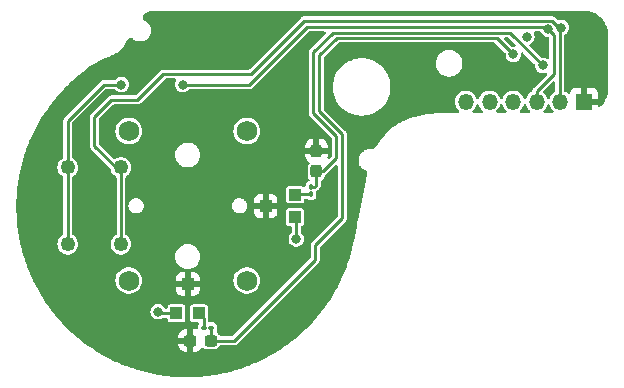
<source format=gbr>
%TF.GenerationSoftware,KiCad,Pcbnew,7.0.6*%
%TF.CreationDate,2023-12-14T14:37:07-08:00*%
%TF.ProjectId,UGC_SubStick,5547435f-5375-4625-9374-69636b2e6b69,rev?*%
%TF.SameCoordinates,Original*%
%TF.FileFunction,Copper,L1,Top*%
%TF.FilePolarity,Positive*%
%FSLAX46Y46*%
G04 Gerber Fmt 4.6, Leading zero omitted, Abs format (unit mm)*
G04 Created by KiCad (PCBNEW 7.0.6) date 2023-12-14 14:37:07*
%MOMM*%
%LPD*%
G01*
G04 APERTURE LIST*
G04 Aperture macros list*
%AMRoundRect*
0 Rectangle with rounded corners*
0 $1 Rounding radius*
0 $2 $3 $4 $5 $6 $7 $8 $9 X,Y pos of 4 corners*
0 Add a 4 corners polygon primitive as box body*
4,1,4,$2,$3,$4,$5,$6,$7,$8,$9,$2,$3,0*
0 Add four circle primitives for the rounded corners*
1,1,$1+$1,$2,$3*
1,1,$1+$1,$4,$5*
1,1,$1+$1,$6,$7*
1,1,$1+$1,$8,$9*
0 Add four rect primitives between the rounded corners*
20,1,$1+$1,$2,$3,$4,$5,0*
20,1,$1+$1,$4,$5,$6,$7,0*
20,1,$1+$1,$6,$7,$8,$9,0*
20,1,$1+$1,$8,$9,$2,$3,0*%
G04 Aperture macros list end*
%TA.AperFunction,SMDPad,CuDef*%
%ADD10R,1.000000X1.000000*%
%TD*%
%TA.AperFunction,SMDPad,CuDef*%
%ADD11RoundRect,0.237500X-0.300000X-0.237500X0.300000X-0.237500X0.300000X0.237500X-0.300000X0.237500X0*%
%TD*%
%TA.AperFunction,SMDPad,CuDef*%
%ADD12RoundRect,0.100000X-0.130000X-0.100000X0.130000X-0.100000X0.130000X0.100000X-0.130000X0.100000X0*%
%TD*%
%TA.AperFunction,ComponentPad*%
%ADD13C,1.750000*%
%TD*%
%TA.AperFunction,ComponentPad*%
%ADD14C,1.250000*%
%TD*%
%TA.AperFunction,ComponentPad*%
%ADD15R,1.350000X1.350000*%
%TD*%
%TA.AperFunction,ComponentPad*%
%ADD16O,1.350000X1.350000*%
%TD*%
%TA.AperFunction,SMDPad,CuDef*%
%ADD17RoundRect,0.237500X-0.237500X0.300000X-0.237500X-0.300000X0.237500X-0.300000X0.237500X0.300000X0*%
%TD*%
%TA.AperFunction,SMDPad,CuDef*%
%ADD18RoundRect,0.100000X0.100000X-0.130000X0.100000X0.130000X-0.100000X0.130000X-0.100000X-0.130000X0*%
%TD*%
%TA.AperFunction,ViaPad*%
%ADD19C,0.800000*%
%TD*%
%TA.AperFunction,Conductor*%
%ADD20C,0.250000*%
%TD*%
G04 APERTURE END LIST*
D10*
%TO.P,U2,1,VDD*%
%TO.N,+3V3*%
X256307200Y-150638518D03*
%TO.P,U2,2,VOUT*%
%TO.N,Net-(U2-VOUT)*%
X256307200Y-148738518D03*
%TO.P,U2,3,GND*%
%TO.N,GND*%
X253807200Y-149688518D03*
%TD*%
%TO.P,U1,1,VDD*%
%TO.N,+3V3*%
X246257200Y-158788518D03*
%TO.P,U1,2,VOUT*%
%TO.N,Net-(U1-VOUT)*%
X248157200Y-158788518D03*
%TO.P,U1,3,GND*%
%TO.N,GND*%
X247207200Y-156288518D03*
%TD*%
D11*
%TO.P,C1,1*%
%TO.N,GND*%
X247437500Y-161100000D03*
%TO.P,C1,2*%
%TO.N,RX*%
X249162500Y-161100000D03*
%TD*%
D12*
%TO.P,R1,1*%
%TO.N,Net-(U1-VOUT)*%
X248580000Y-160000000D03*
%TO.P,R1,2*%
%TO.N,RX*%
X249220000Y-160000000D03*
%TD*%
D13*
%TO.P,SW1,*%
%TO.N,*%
X242207200Y-143363518D03*
X242207200Y-156013518D03*
X252207200Y-143363518D03*
X252207200Y-156013518D03*
D14*
%TO.P,SW1,S1,1*%
%TO.N,RS_B_OUT*%
X241557200Y-146438518D03*
%TO.P,SW1,S2,2*%
X241557200Y-152938518D03*
%TO.P,SW1,S3,3*%
%TO.N,RS_B_IN*%
X237057200Y-146438518D03*
%TO.P,SW1,S4,4*%
X237057200Y-152938518D03*
%TD*%
D15*
%TO.P,J1,1,Pin_1*%
%TO.N,GND*%
X280761001Y-140867407D03*
D16*
%TO.P,J1,2,Pin_2*%
%TO.N,RS_B_OUT*%
X278761001Y-140867407D03*
%TO.P,J1,3,Pin_3*%
%TO.N,RS_B_IN*%
X276761001Y-140867407D03*
%TO.P,J1,4,Pin_4*%
%TO.N,RY*%
X274761001Y-140867407D03*
%TO.P,J1,5,Pin_5*%
%TO.N,RX*%
X272761001Y-140867407D03*
%TO.P,J1,6,Pin_6*%
%TO.N,+3V3*%
X270761001Y-140867407D03*
%TD*%
D17*
%TO.P,C2,1*%
%TO.N,GND*%
X258100000Y-145037500D03*
%TO.P,C2,2*%
%TO.N,RY*%
X258100000Y-146762500D03*
%TD*%
D18*
%TO.P,R2,1*%
%TO.N,Net-(U2-VOUT)*%
X257650000Y-148720000D03*
%TO.P,R2,2*%
%TO.N,RY*%
X257650000Y-148080000D03*
%TD*%
D19*
%TO.N,GND*%
X280000000Y-138900000D03*
X275950000Y-138850000D03*
%TO.N,RS_B_IN*%
X241600000Y-139425000D03*
X277750000Y-134750000D03*
X246775000Y-139425000D03*
%TO.N,RS_B_OUT*%
X278850000Y-134600000D03*
%TO.N,RY*%
X277250000Y-137800000D03*
%TO.N,RX*%
X274775000Y-136875000D03*
%TO.N,+3V3*%
X256400000Y-152500000D03*
X244700000Y-158650000D03*
X275925000Y-135375000D03*
%TD*%
D20*
%TO.N,RS_B_IN*%
X237057200Y-142467800D02*
X237057200Y-146438518D01*
X277750000Y-134750000D02*
X278200000Y-135200000D01*
X257275000Y-134550000D02*
X252400000Y-139425000D01*
X241600000Y-139425000D02*
X240100000Y-139425000D01*
X278200000Y-138550000D02*
X276761001Y-139988999D01*
X277550000Y-134550000D02*
X257275000Y-134550000D01*
X278200000Y-135200000D02*
X278200000Y-138550000D01*
X276761001Y-139988999D02*
X276761001Y-140867407D01*
X277750000Y-134750000D02*
X277550000Y-134550000D01*
X237057200Y-146438518D02*
X237057200Y-152938518D01*
X252400000Y-139425000D02*
X246775000Y-139425000D01*
X240100000Y-139425000D02*
X237057200Y-142467800D01*
%TO.N,RS_B_OUT*%
X242950000Y-140725000D02*
X240750000Y-140725000D01*
X278700000Y-140806406D02*
X278761001Y-140867407D01*
X278850000Y-134600000D02*
X278650000Y-134600000D01*
X241557200Y-152938518D02*
X241557200Y-146438518D01*
X257075000Y-134025000D02*
X252575000Y-138525000D01*
X278850000Y-134600000D02*
X278700000Y-134750000D01*
X252575000Y-138525000D02*
X245150000Y-138525000D01*
X239300000Y-144600000D02*
X241138518Y-146438518D01*
X240750000Y-140725000D02*
X239300000Y-142175000D01*
X278650000Y-134600000D02*
X278075000Y-134025000D01*
X241138518Y-146438518D02*
X241557200Y-146438518D01*
X278075000Y-134025000D02*
X257075000Y-134025000D01*
X239300000Y-142175000D02*
X239300000Y-144600000D01*
X278700000Y-134750000D02*
X278700000Y-140806406D01*
X245150000Y-138525000D02*
X242950000Y-140725000D01*
%TO.N,RY*%
X257945000Y-148080000D02*
X258100000Y-147925000D01*
X258100000Y-146762500D02*
X258687500Y-146762500D01*
X259775000Y-145675000D02*
X259775000Y-143775000D01*
X258100000Y-147925000D02*
X258100000Y-146762500D01*
X257850000Y-136675000D02*
X259500000Y-135025000D01*
X258687500Y-146762500D02*
X259775000Y-145675000D01*
X257850000Y-141850000D02*
X257850000Y-136675000D01*
X274475000Y-135025000D02*
X277250000Y-137800000D01*
X259500000Y-135025000D02*
X274475000Y-135025000D01*
X257650000Y-148080000D02*
X257945000Y-148080000D01*
X259775000Y-143775000D02*
X257850000Y-141850000D01*
%TO.N,RX*%
X273375000Y-135475000D02*
X259825000Y-135475000D01*
X258350000Y-136950000D02*
X258350000Y-141675000D01*
X249162500Y-160057500D02*
X249220000Y-160000000D01*
X258000000Y-153050000D02*
X258000000Y-154250000D01*
X251150000Y-161100000D02*
X249162500Y-161100000D01*
X258350000Y-141675000D02*
X260300000Y-143625000D01*
X274775000Y-136875000D02*
X273375000Y-135475000D01*
X260300000Y-143625000D02*
X260300000Y-150750000D01*
X258000000Y-154250000D02*
X251150000Y-161100000D01*
X249162500Y-161100000D02*
X249162500Y-160057500D01*
X260300000Y-150750000D02*
X258000000Y-153050000D01*
X259825000Y-135475000D02*
X258350000Y-136950000D01*
%TO.N,+3V3*%
X246257200Y-158788518D02*
X244838518Y-158788518D01*
X256400000Y-152500000D02*
X256400000Y-150731318D01*
X244838518Y-158788518D02*
X244700000Y-158650000D01*
X256400000Y-150731318D02*
X256307200Y-150638518D01*
%TO.N,Net-(U1-VOUT)*%
X248157200Y-158788518D02*
X248580000Y-159211318D01*
X248580000Y-159211318D02*
X248580000Y-160000000D01*
%TO.N,Net-(U2-VOUT)*%
X257650000Y-148720000D02*
X256325718Y-148720000D01*
X256325718Y-148720000D02*
X256307200Y-148738518D01*
%TD*%
%TA.AperFunction,Conductor*%
%TO.N,GND*%
G36*
X280797429Y-133176744D02*
G01*
X280821744Y-133178337D01*
X280879174Y-133182101D01*
X281060864Y-133195097D01*
X281068514Y-133196128D01*
X281184857Y-133219271D01*
X281329058Y-133250641D01*
X281335785Y-133252508D01*
X281454854Y-133292927D01*
X281587137Y-133342267D01*
X281592891Y-133344751D01*
X281708361Y-133401695D01*
X281830313Y-133468287D01*
X281835043Y-133471151D01*
X281942055Y-133542656D01*
X281944759Y-133544569D01*
X282054041Y-133626377D01*
X282057761Y-133629393D01*
X282154893Y-133714576D01*
X282157855Y-133717350D01*
X282254160Y-133813656D01*
X282256934Y-133816618D01*
X282342123Y-133913759D01*
X282345133Y-133917471D01*
X282357675Y-133934224D01*
X282426934Y-134026746D01*
X282428852Y-134029456D01*
X282500361Y-134136476D01*
X282503227Y-134141211D01*
X282524231Y-134179677D01*
X282569823Y-134263174D01*
X282626754Y-134378624D01*
X282629240Y-134384382D01*
X282678587Y-134516689D01*
X282718989Y-134635710D01*
X282720864Y-134642466D01*
X282752240Y-134786700D01*
X282775374Y-134903005D01*
X282776408Y-134910681D01*
X282789247Y-135090025D01*
X282794777Y-135174405D01*
X282794910Y-135178461D01*
X282794910Y-139796200D01*
X282794777Y-139800257D01*
X282789428Y-139881836D01*
X282776420Y-140063667D01*
X282775386Y-140071347D01*
X282752256Y-140187626D01*
X282720875Y-140331869D01*
X282719000Y-140338623D01*
X282678598Y-140457645D01*
X282629247Y-140589954D01*
X282626761Y-140595712D01*
X282569824Y-140711169D01*
X282503223Y-140833135D01*
X282500357Y-140837869D01*
X282428870Y-140944854D01*
X282426952Y-140947564D01*
X282345142Y-141056848D01*
X282342122Y-141060573D01*
X282256926Y-141157720D01*
X282254152Y-141160682D01*
X282157874Y-141256960D01*
X282154912Y-141259733D01*
X282141761Y-141271267D01*
X282078380Y-141300670D01*
X282009163Y-141291140D01*
X281956087Y-141245700D01*
X281936003Y-141178779D01*
X281936001Y-141178040D01*
X281936001Y-141117407D01*
X281076687Y-141117407D01*
X281088642Y-141105452D01*
X281146166Y-140992555D01*
X281165987Y-140867407D01*
X281146166Y-140742259D01*
X281088642Y-140629362D01*
X281076687Y-140617407D01*
X281936001Y-140617407D01*
X281936001Y-140144579D01*
X281936000Y-140144562D01*
X281929599Y-140085034D01*
X281929597Y-140085027D01*
X281879355Y-139950320D01*
X281879351Y-139950313D01*
X281793191Y-139835219D01*
X281793188Y-139835216D01*
X281678094Y-139749056D01*
X281678087Y-139749052D01*
X281543380Y-139698810D01*
X281543373Y-139698808D01*
X281483845Y-139692407D01*
X281011001Y-139692407D01*
X281011001Y-140551721D01*
X280999046Y-140539766D01*
X280886149Y-140482242D01*
X280792482Y-140467407D01*
X280729520Y-140467407D01*
X280635853Y-140482242D01*
X280522956Y-140539766D01*
X280511001Y-140551721D01*
X280511001Y-139692407D01*
X280038156Y-139692407D01*
X279978628Y-139698808D01*
X279978621Y-139698810D01*
X279843914Y-139749052D01*
X279843907Y-139749056D01*
X279728813Y-139835216D01*
X279728810Y-139835219D01*
X279642650Y-139950313D01*
X279642646Y-139950320D01*
X279592404Y-140085027D01*
X279592403Y-140085032D01*
X279591018Y-140097908D01*
X279564276Y-140162458D01*
X279506881Y-140202303D01*
X279437056Y-140204792D01*
X279389272Y-140179213D01*
X279388950Y-140179658D01*
X279385723Y-140177313D01*
X279384758Y-140176797D01*
X279383695Y-140175840D01*
X279383694Y-140175839D01*
X279383693Y-140175838D01*
X279226300Y-140061485D01*
X279226296Y-140061482D01*
X279149064Y-140027096D01*
X279095827Y-139981846D01*
X279075506Y-139914997D01*
X279075500Y-139913817D01*
X279075500Y-135291259D01*
X279095185Y-135224220D01*
X279141874Y-135181463D01*
X279159147Y-135172397D01*
X279222240Y-135139283D01*
X279340483Y-135034530D01*
X279430220Y-134904523D01*
X279486237Y-134756818D01*
X279505278Y-134600000D01*
X279486237Y-134443182D01*
X279480756Y-134428731D01*
X279461753Y-134378624D01*
X279430220Y-134295477D01*
X279340483Y-134165470D01*
X279222240Y-134060717D01*
X279222238Y-134060716D01*
X279222237Y-134060715D01*
X279082365Y-133987303D01*
X278928986Y-133949500D01*
X278928985Y-133949500D01*
X278771015Y-133949500D01*
X278771014Y-133949500D01*
X278645991Y-133980314D01*
X278576189Y-133977244D01*
X278528636Y-133947598D01*
X278377149Y-133796111D01*
X278361022Y-133776252D01*
X278355086Y-133767167D01*
X278355083Y-133767163D01*
X278327074Y-133745363D01*
X278321310Y-133740272D01*
X278318515Y-133737477D01*
X278299505Y-133723906D01*
X278297733Y-133722527D01*
X278287518Y-133714576D01*
X278256189Y-133690190D01*
X278249274Y-133686448D01*
X278242200Y-133682990D01*
X278189596Y-133667329D01*
X278137658Y-133649499D01*
X278129923Y-133648208D01*
X278122085Y-133647231D01*
X278067244Y-133649500D01*
X257126804Y-133649500D01*
X257101359Y-133646861D01*
X257090733Y-133644633D01*
X257090730Y-133644633D01*
X257055508Y-133649023D01*
X257047832Y-133649500D01*
X257043886Y-133649500D01*
X257026615Y-133652381D01*
X257020858Y-133653342D01*
X256966370Y-133660134D01*
X256958857Y-133662371D01*
X256951387Y-133664936D01*
X256903122Y-133691055D01*
X256853792Y-133715171D01*
X256847375Y-133719753D01*
X256841175Y-133724579D01*
X256803991Y-133764971D01*
X252455781Y-138113181D01*
X252394458Y-138146666D01*
X252368100Y-138149500D01*
X245201803Y-138149500D01*
X245176358Y-138146861D01*
X245165732Y-138144633D01*
X245165729Y-138144633D01*
X245130507Y-138149023D01*
X245122831Y-138149500D01*
X245118886Y-138149500D01*
X245101615Y-138152381D01*
X245095858Y-138153342D01*
X245041370Y-138160134D01*
X245033857Y-138162371D01*
X245026387Y-138164936D01*
X244978122Y-138191055D01*
X244928792Y-138215171D01*
X244922375Y-138219753D01*
X244916175Y-138224579D01*
X244878992Y-138264970D01*
X242830781Y-140313181D01*
X242769458Y-140346666D01*
X242743100Y-140349500D01*
X240801803Y-140349500D01*
X240776358Y-140346861D01*
X240765732Y-140344633D01*
X240765729Y-140344633D01*
X240730507Y-140349023D01*
X240722831Y-140349500D01*
X240718886Y-140349500D01*
X240705185Y-140351786D01*
X240695858Y-140353342D01*
X240641370Y-140360134D01*
X240633857Y-140362371D01*
X240626387Y-140364936D01*
X240578122Y-140391055D01*
X240528792Y-140415171D01*
X240522375Y-140419753D01*
X240516175Y-140424579D01*
X240478992Y-140464970D01*
X239071108Y-141872852D01*
X239051254Y-141888976D01*
X239042165Y-141894914D01*
X239042164Y-141894915D01*
X239020363Y-141922923D01*
X239015286Y-141928674D01*
X239012484Y-141931477D01*
X239012474Y-141931488D01*
X238998905Y-141950495D01*
X238965192Y-141993808D01*
X238961447Y-142000729D01*
X238957988Y-142007804D01*
X238942328Y-142060404D01*
X238924500Y-142112338D01*
X238923208Y-142120078D01*
X238922232Y-142127912D01*
X238924500Y-142182756D01*
X238924500Y-144548196D01*
X238921862Y-144573634D01*
X238919633Y-144584268D01*
X238919633Y-144584269D01*
X238919633Y-144584271D01*
X238924023Y-144619491D01*
X238924500Y-144627167D01*
X238924500Y-144631116D01*
X238928342Y-144654141D01*
X238935134Y-144708627D01*
X238937373Y-144716147D01*
X238939934Y-144723608D01*
X238939935Y-144723610D01*
X238946500Y-144735741D01*
X238966055Y-144771877D01*
X238990174Y-144821211D01*
X238994742Y-144827609D01*
X238999582Y-144833827D01*
X239039971Y-144871009D01*
X240653978Y-146485015D01*
X240687463Y-146546338D01*
X240689617Y-146559730D01*
X240690262Y-146565859D01*
X240696115Y-146621549D01*
X240696116Y-146621551D01*
X240752983Y-146796571D01*
X240752986Y-146796577D01*
X240845005Y-146955958D01*
X240850595Y-146962166D01*
X240968149Y-147092724D01*
X240968151Y-147092726D01*
X241117030Y-147200893D01*
X241117033Y-147200895D01*
X241117039Y-147200899D01*
X241117045Y-147200901D01*
X241119694Y-147202431D01*
X241120928Y-147203725D01*
X241122296Y-147204719D01*
X241122114Y-147204969D01*
X241167912Y-147252995D01*
X241181700Y-147309822D01*
X241181699Y-152067213D01*
X241162014Y-152134252D01*
X241122214Y-152172204D01*
X241122296Y-152172317D01*
X241121459Y-152172924D01*
X241119708Y-152174595D01*
X241117040Y-152176135D01*
X240968151Y-152284309D01*
X240968149Y-152284311D01*
X240845004Y-152421079D01*
X240752986Y-152580458D01*
X240752983Y-152580464D01*
X240698596Y-152747852D01*
X240696115Y-152755489D01*
X240683477Y-152875729D01*
X240676931Y-152938018D01*
X240676878Y-152938518D01*
X240696115Y-153121547D01*
X240696116Y-153121550D01*
X240752983Y-153296571D01*
X240752986Y-153296577D01*
X240845005Y-153455958D01*
X240954526Y-153577595D01*
X240968149Y-153592724D01*
X240968151Y-153592726D01*
X241117034Y-153700896D01*
X241117035Y-153700896D01*
X241117039Y-153700899D01*
X241254153Y-153761946D01*
X241285161Y-153775752D01*
X241285166Y-153775754D01*
X241465181Y-153814018D01*
X241649219Y-153814018D01*
X241829234Y-153775754D01*
X241997361Y-153700899D01*
X242146250Y-153592725D01*
X242269395Y-153455958D01*
X242361414Y-153296577D01*
X242418285Y-153121547D01*
X242437522Y-152938518D01*
X242418285Y-152755489D01*
X242376667Y-152627402D01*
X242361416Y-152580464D01*
X242361413Y-152580458D01*
X242269395Y-152421078D01*
X242146250Y-152284311D01*
X242146248Y-152284309D01*
X241997362Y-152176137D01*
X241994701Y-152174601D01*
X241993468Y-152173308D01*
X241992104Y-152172317D01*
X241992285Y-152172067D01*
X241946485Y-152124035D01*
X241932700Y-152067217D01*
X241932700Y-151163194D01*
X255556699Y-151163194D01*
X255556700Y-151163196D01*
X255571232Y-151236253D01*
X255571233Y-151236257D01*
X255571234Y-151236258D01*
X255626599Y-151319119D01*
X255709459Y-151374483D01*
X255709460Y-151374484D01*
X255709464Y-151374485D01*
X255782521Y-151389017D01*
X255782524Y-151389018D01*
X255782526Y-151389018D01*
X255900500Y-151389018D01*
X255967539Y-151408703D01*
X256013294Y-151461507D01*
X256024500Y-151513018D01*
X256024500Y-151907796D01*
X256004815Y-151974835D01*
X255982727Y-152000611D01*
X255909518Y-152065468D01*
X255819781Y-152195475D01*
X255819780Y-152195476D01*
X255763762Y-152343181D01*
X255744722Y-152499999D01*
X255744722Y-152500000D01*
X255763762Y-152656818D01*
X255806655Y-152769915D01*
X255819780Y-152804523D01*
X255909517Y-152934530D01*
X256027760Y-153039283D01*
X256027762Y-153039284D01*
X256167634Y-153112696D01*
X256321014Y-153150500D01*
X256321015Y-153150500D01*
X256478985Y-153150500D01*
X256632365Y-153112696D01*
X256635915Y-153110833D01*
X256772240Y-153039283D01*
X256890483Y-152934530D01*
X256980220Y-152804523D01*
X257036237Y-152656818D01*
X257055278Y-152500000D01*
X257036237Y-152343182D01*
X257024856Y-152313174D01*
X257013909Y-152284309D01*
X256980220Y-152195477D01*
X256890483Y-152065470D01*
X256890481Y-152065468D01*
X256817273Y-152000611D01*
X256780146Y-151941422D01*
X256775500Y-151907796D01*
X256775500Y-151501995D01*
X256795185Y-151434956D01*
X256847989Y-151389201D01*
X256875305Y-151380378D01*
X256904940Y-151374484D01*
X256987801Y-151319119D01*
X257043166Y-151236258D01*
X257057700Y-151163192D01*
X257057700Y-150113844D01*
X257057700Y-150113841D01*
X257057699Y-150113839D01*
X257043167Y-150040782D01*
X257043166Y-150040778D01*
X257011270Y-149993042D01*
X256987801Y-149957917D01*
X256904940Y-149902552D01*
X256904939Y-149902551D01*
X256904935Y-149902550D01*
X256831877Y-149888018D01*
X256831874Y-149888018D01*
X255782526Y-149888018D01*
X255782523Y-149888018D01*
X255709464Y-149902550D01*
X255709460Y-149902551D01*
X255626599Y-149957917D01*
X255571233Y-150040778D01*
X255571232Y-150040782D01*
X255556700Y-150113839D01*
X255556699Y-150113841D01*
X255556699Y-151163194D01*
X241932700Y-151163194D01*
X241932700Y-149727132D01*
X241943727Y-149689575D01*
X241941547Y-149685066D01*
X242171093Y-149685066D01*
X242175677Y-149692198D01*
X242179795Y-149712185D01*
X242195963Y-149845336D01*
X242251980Y-149993041D01*
X242341717Y-150123048D01*
X242459960Y-150227801D01*
X242599835Y-150301214D01*
X242623549Y-150307058D01*
X242627840Y-150308283D01*
X242630536Y-150309158D01*
X242630541Y-150309161D01*
X242630545Y-150309161D01*
X242630546Y-150309162D01*
X242635727Y-150310151D01*
X242638945Y-150310854D01*
X242753214Y-150339018D01*
X242775052Y-150339018D01*
X242780143Y-150340513D01*
X242801955Y-150339140D01*
X242805850Y-150339018D01*
X242911183Y-150339018D01*
X242911185Y-150339018D01*
X242930496Y-150334258D01*
X242938834Y-150334624D01*
X242947047Y-150331956D01*
X242947067Y-150331951D01*
X242954481Y-150329542D01*
X242954482Y-150329542D01*
X242967581Y-150325285D01*
X242971885Y-150324056D01*
X243064565Y-150301214D01*
X243081632Y-150292256D01*
X243092620Y-150290053D01*
X243103448Y-150283183D01*
X243103489Y-150283160D01*
X243110052Y-150278994D01*
X243110056Y-150278993D01*
X243123012Y-150270770D01*
X243127359Y-150268256D01*
X243204440Y-150227801D01*
X243219098Y-150214814D01*
X243231678Y-150208901D01*
X243242820Y-150197037D01*
X243242850Y-150197009D01*
X243248169Y-150191343D01*
X243248172Y-150191342D01*
X243258996Y-150179814D01*
X243263049Y-150175877D01*
X243322683Y-150123048D01*
X243334347Y-150106148D01*
X243347120Y-150095796D01*
X243356384Y-150078945D01*
X243356398Y-150078924D01*
X243360151Y-150072097D01*
X243367633Y-150058486D01*
X243370925Y-150053156D01*
X243412420Y-149993041D01*
X243420211Y-149972496D01*
X243431578Y-149957483D01*
X243435061Y-149943918D01*
X243446504Y-149915014D01*
X243452400Y-149904289D01*
X243458447Y-149871676D01*
X243468437Y-149845336D01*
X243475185Y-149789755D01*
X243476675Y-149781843D01*
X243479637Y-149770308D01*
X243479637Y-149770304D01*
X243481331Y-149763710D01*
X243481335Y-149763688D01*
X243486214Y-149744684D01*
X243484361Y-149714185D01*
X243484611Y-149712126D01*
X243487478Y-149688518D01*
X250926922Y-149688518D01*
X250945962Y-149845336D01*
X250988659Y-149957917D01*
X251001980Y-149993041D01*
X251091717Y-150123048D01*
X251209960Y-150227801D01*
X251349835Y-150301214D01*
X251373549Y-150307058D01*
X251377840Y-150308283D01*
X251380536Y-150309158D01*
X251380541Y-150309161D01*
X251380545Y-150309161D01*
X251380546Y-150309162D01*
X251385727Y-150310151D01*
X251388945Y-150310854D01*
X251503214Y-150339018D01*
X251525052Y-150339018D01*
X251530143Y-150340513D01*
X251551955Y-150339140D01*
X251555850Y-150339018D01*
X251661183Y-150339018D01*
X251661185Y-150339018D01*
X251680496Y-150334258D01*
X251688834Y-150334624D01*
X251697047Y-150331956D01*
X251697067Y-150331951D01*
X251704481Y-150329542D01*
X251704482Y-150329542D01*
X251717581Y-150325285D01*
X251721885Y-150324056D01*
X251814565Y-150301214D01*
X251831632Y-150292256D01*
X251842620Y-150290053D01*
X251853448Y-150283183D01*
X251853489Y-150283160D01*
X251860052Y-150278994D01*
X251860056Y-150278993D01*
X251873012Y-150270770D01*
X251877359Y-150268256D01*
X251954440Y-150227801D01*
X251969098Y-150214814D01*
X251981678Y-150208901D01*
X251992820Y-150197037D01*
X251992850Y-150197009D01*
X251998169Y-150191343D01*
X251998172Y-150191342D01*
X252008996Y-150179814D01*
X252013049Y-150175877D01*
X252072683Y-150123048D01*
X252084347Y-150106148D01*
X252097120Y-150095796D01*
X252106384Y-150078945D01*
X252106398Y-150078924D01*
X252110151Y-150072097D01*
X252117633Y-150058486D01*
X252120925Y-150053156D01*
X252162420Y-149993041D01*
X252170211Y-149972496D01*
X252181578Y-149957483D01*
X252185061Y-149943918D01*
X252187199Y-149938518D01*
X252807200Y-149938518D01*
X252807200Y-150236362D01*
X252813601Y-150295890D01*
X252813603Y-150295897D01*
X252863845Y-150430604D01*
X252863849Y-150430611D01*
X252950009Y-150545705D01*
X252950012Y-150545708D01*
X253065106Y-150631868D01*
X253065113Y-150631872D01*
X253199820Y-150682114D01*
X253199827Y-150682116D01*
X253259355Y-150688517D01*
X253259372Y-150688518D01*
X253557200Y-150688518D01*
X253557200Y-149938518D01*
X254057200Y-149938518D01*
X254057200Y-150688518D01*
X254355028Y-150688518D01*
X254355044Y-150688517D01*
X254414572Y-150682116D01*
X254414579Y-150682114D01*
X254549286Y-150631872D01*
X254549293Y-150631868D01*
X254664387Y-150545708D01*
X254664390Y-150545705D01*
X254750550Y-150430611D01*
X254750554Y-150430604D01*
X254800796Y-150295897D01*
X254800798Y-150295890D01*
X254807199Y-150236362D01*
X254807200Y-150236345D01*
X254807200Y-149938518D01*
X254057200Y-149938518D01*
X253557200Y-149938518D01*
X252807200Y-149938518D01*
X252187199Y-149938518D01*
X252196504Y-149915014D01*
X252202400Y-149904289D01*
X252208447Y-149871676D01*
X252218437Y-149845336D01*
X252225185Y-149789755D01*
X252226675Y-149781843D01*
X252229637Y-149770308D01*
X252229637Y-149770304D01*
X252231331Y-149763710D01*
X252231335Y-149763688D01*
X252236214Y-149744684D01*
X252234361Y-149714185D01*
X252234611Y-149712126D01*
X252237478Y-149688518D01*
X252234360Y-149662844D01*
X252238166Y-149639952D01*
X252231334Y-149613342D01*
X252231332Y-149613332D01*
X252229637Y-149606730D01*
X252229637Y-149606728D01*
X252226678Y-149595206D01*
X252225183Y-149587265D01*
X252218437Y-149531700D01*
X252208446Y-149505358D01*
X252206509Y-149480217D01*
X252196505Y-149462020D01*
X252187200Y-149438518D01*
X252807200Y-149438518D01*
X253557200Y-149438518D01*
X253557200Y-148688518D01*
X254057200Y-148688518D01*
X254057200Y-149438518D01*
X254807200Y-149438518D01*
X254807200Y-149140690D01*
X254807199Y-149140673D01*
X254800798Y-149081145D01*
X254800796Y-149081138D01*
X254750554Y-148946431D01*
X254750550Y-148946424D01*
X254664390Y-148831330D01*
X254664387Y-148831327D01*
X254549293Y-148745167D01*
X254549286Y-148745163D01*
X254414579Y-148694921D01*
X254414572Y-148694919D01*
X254355044Y-148688518D01*
X254057200Y-148688518D01*
X253557200Y-148688518D01*
X253259355Y-148688518D01*
X253199827Y-148694919D01*
X253199820Y-148694921D01*
X253065113Y-148745163D01*
X253065106Y-148745167D01*
X252950012Y-148831327D01*
X252950009Y-148831330D01*
X252863849Y-148946424D01*
X252863845Y-148946431D01*
X252813603Y-149081138D01*
X252813601Y-149081145D01*
X252807200Y-149140673D01*
X252807200Y-149438518D01*
X252187200Y-149438518D01*
X252185062Y-149433118D01*
X252183161Y-149425715D01*
X252170212Y-149404540D01*
X252162420Y-149383995D01*
X252150834Y-149367210D01*
X252120934Y-149323891D01*
X252117631Y-149318546D01*
X252106393Y-149298103D01*
X252099799Y-149286109D01*
X252084348Y-149270888D01*
X252072684Y-149253989D01*
X252070706Y-149252237D01*
X252013061Y-149201168D01*
X252008986Y-149197209D01*
X252002754Y-149190573D01*
X251995283Y-149182616D01*
X251995253Y-149182588D01*
X251984894Y-149171557D01*
X251969101Y-149162224D01*
X251954440Y-149149235D01*
X251954436Y-149149233D01*
X251954435Y-149149232D01*
X251877381Y-149108789D01*
X251872975Y-149106241D01*
X251856136Y-149095555D01*
X251856128Y-149095551D01*
X251845825Y-149089013D01*
X251831639Y-149084783D01*
X251814565Y-149075822D01*
X251814564Y-149075821D01*
X251814563Y-149075821D01*
X251721900Y-149052981D01*
X251717574Y-149051747D01*
X251706980Y-149048304D01*
X251691521Y-149043281D01*
X251680503Y-149042779D01*
X251669012Y-149039947D01*
X251661185Y-149038018D01*
X251555805Y-149038018D01*
X251551931Y-149037896D01*
X251541224Y-149037223D01*
X251541223Y-149037223D01*
X251537124Y-149036965D01*
X251537084Y-149036965D01*
X251531901Y-149036639D01*
X251525050Y-149038018D01*
X251503212Y-149038018D01*
X251388963Y-149066177D01*
X251385744Y-149066880D01*
X251380553Y-149067870D01*
X251377849Y-149068749D01*
X251373529Y-149069981D01*
X251349832Y-149075822D01*
X251349831Y-149075823D01*
X251209962Y-149149233D01*
X251155808Y-149197209D01*
X251093694Y-149252237D01*
X251091716Y-149253989D01*
X251001981Y-149383993D01*
X251001980Y-149383994D01*
X250945962Y-149531699D01*
X250926922Y-149688517D01*
X250926922Y-149688518D01*
X243487478Y-149688518D01*
X243484360Y-149662844D01*
X243488166Y-149639952D01*
X243481334Y-149613342D01*
X243481332Y-149613332D01*
X243479637Y-149606730D01*
X243479637Y-149606728D01*
X243476678Y-149595206D01*
X243475183Y-149587265D01*
X243468437Y-149531700D01*
X243458446Y-149505358D01*
X243456509Y-149480217D01*
X243446505Y-149462020D01*
X243435062Y-149433118D01*
X243433161Y-149425715D01*
X243420212Y-149404540D01*
X243412420Y-149383995D01*
X243400834Y-149367210D01*
X243370934Y-149323891D01*
X243367631Y-149318546D01*
X243356393Y-149298103D01*
X243349799Y-149286109D01*
X243334348Y-149270888D01*
X243322684Y-149253989D01*
X243320706Y-149252237D01*
X243263061Y-149201168D01*
X243258986Y-149197209D01*
X243252754Y-149190573D01*
X243245283Y-149182616D01*
X243245253Y-149182588D01*
X243234894Y-149171557D01*
X243219101Y-149162224D01*
X243204440Y-149149235D01*
X243204436Y-149149233D01*
X243204435Y-149149232D01*
X243127381Y-149108789D01*
X243122975Y-149106241D01*
X243106136Y-149095555D01*
X243106128Y-149095551D01*
X243095825Y-149089013D01*
X243081639Y-149084783D01*
X243064565Y-149075822D01*
X243064564Y-149075821D01*
X243064563Y-149075821D01*
X242971900Y-149052981D01*
X242967574Y-149051747D01*
X242956980Y-149048304D01*
X242941521Y-149043281D01*
X242930503Y-149042779D01*
X242919012Y-149039947D01*
X242911185Y-149038018D01*
X242805805Y-149038018D01*
X242801931Y-149037896D01*
X242791224Y-149037223D01*
X242791223Y-149037223D01*
X242787124Y-149036965D01*
X242787084Y-149036965D01*
X242781901Y-149036639D01*
X242775050Y-149038018D01*
X242753212Y-149038018D01*
X242638963Y-149066177D01*
X242635744Y-149066880D01*
X242630553Y-149067870D01*
X242627849Y-149068749D01*
X242623529Y-149069981D01*
X242599832Y-149075822D01*
X242599831Y-149075823D01*
X242459962Y-149149233D01*
X242405808Y-149197209D01*
X242343694Y-149252237D01*
X242341716Y-149253989D01*
X242251981Y-149383993D01*
X242251980Y-149383994D01*
X242195962Y-149531699D01*
X242179796Y-149664848D01*
X242171093Y-149685066D01*
X241941547Y-149685066D01*
X241934379Y-149670241D01*
X241932700Y-149649902D01*
X241932700Y-147309822D01*
X241952385Y-147242783D01*
X241992186Y-147204832D01*
X241992104Y-147204719D01*
X241992954Y-147204101D01*
X241994706Y-147202431D01*
X241997350Y-147200903D01*
X241997361Y-147200899D01*
X242146250Y-147092725D01*
X242269395Y-146955958D01*
X242361414Y-146796577D01*
X242418285Y-146621547D01*
X242437522Y-146438518D01*
X242418285Y-146255489D01*
X242374538Y-146120849D01*
X242361416Y-146080464D01*
X242361413Y-146080458D01*
X242269395Y-145921078D01*
X242146250Y-145784311D01*
X242146249Y-145784310D01*
X241997365Y-145676139D01*
X241997362Y-145676137D01*
X241997361Y-145676137D01*
X241903286Y-145634252D01*
X241829238Y-145601283D01*
X241829233Y-145601281D01*
X241649219Y-145563018D01*
X241465181Y-145563018D01*
X241285166Y-145601281D01*
X241117042Y-145676135D01*
X241081162Y-145702202D01*
X241015355Y-145725679D01*
X240947301Y-145709851D01*
X240920599Y-145689562D01*
X240619555Y-145388518D01*
X246151617Y-145388518D01*
X246171899Y-145594450D01*
X246196211Y-145674595D01*
X246231968Y-145792472D01*
X246329515Y-145974968D01*
X246357569Y-146009152D01*
X246460789Y-146134928D01*
X246540979Y-146200737D01*
X246620750Y-146266203D01*
X246803246Y-146363750D01*
X247001266Y-146423818D01*
X247001265Y-146423818D01*
X247010911Y-146424768D01*
X247155592Y-146439018D01*
X247155595Y-146439018D01*
X247258805Y-146439018D01*
X247258808Y-146439018D01*
X247413134Y-146423818D01*
X247611154Y-146363750D01*
X247793650Y-146266203D01*
X247953610Y-146134928D01*
X248084885Y-145974968D01*
X248182432Y-145792472D01*
X248242500Y-145594452D01*
X248262783Y-145388518D01*
X248242500Y-145182584D01*
X248182432Y-144984564D01*
X248084885Y-144802068D01*
X248072929Y-144787500D01*
X257125000Y-144787500D01*
X257850000Y-144787500D01*
X257849999Y-144000000D01*
X258350000Y-144000000D01*
X258350000Y-144787500D01*
X259074999Y-144787500D01*
X259074999Y-144688360D01*
X259074998Y-144688345D01*
X259064680Y-144587347D01*
X259010453Y-144423699D01*
X259010448Y-144423688D01*
X258919947Y-144276965D01*
X258919944Y-144276961D01*
X258798038Y-144155055D01*
X258798034Y-144155052D01*
X258651311Y-144064551D01*
X258651300Y-144064546D01*
X258487652Y-144010319D01*
X258386654Y-144000000D01*
X258350000Y-144000000D01*
X257849999Y-144000000D01*
X257813361Y-144000000D01*
X257813343Y-144000001D01*
X257712347Y-144010319D01*
X257548699Y-144064546D01*
X257548688Y-144064551D01*
X257401965Y-144155052D01*
X257401961Y-144155055D01*
X257280055Y-144276961D01*
X257280052Y-144276965D01*
X257189551Y-144423688D01*
X257189546Y-144423699D01*
X257135319Y-144587347D01*
X257125000Y-144688345D01*
X257125000Y-144787500D01*
X248072929Y-144787500D01*
X248018916Y-144721684D01*
X247953610Y-144642107D01*
X247793652Y-144510835D01*
X247793653Y-144510835D01*
X247793650Y-144510833D01*
X247611154Y-144413286D01*
X247413134Y-144353218D01*
X247413132Y-144353217D01*
X247413134Y-144353217D01*
X247294005Y-144341484D01*
X247258808Y-144338018D01*
X247155592Y-144338018D01*
X247117498Y-144341769D01*
X247001267Y-144353217D01*
X246803243Y-144413287D01*
X246697627Y-144469741D01*
X246620750Y-144510833D01*
X246620748Y-144510834D01*
X246620747Y-144510835D01*
X246460789Y-144642107D01*
X246329517Y-144802065D01*
X246329515Y-144802068D01*
X246309798Y-144838956D01*
X246231969Y-144984561D01*
X246171899Y-145182585D01*
X246151617Y-145388518D01*
X240619555Y-145388518D01*
X240329973Y-145098936D01*
X239711819Y-144480781D01*
X239678334Y-144419458D01*
X239675500Y-144393100D01*
X239675500Y-143388042D01*
X239675500Y-143363518D01*
X241076878Y-143363518D01*
X241096123Y-143571209D01*
X241096123Y-143571211D01*
X241096124Y-143571214D01*
X241147056Y-143750223D01*
X241153207Y-143771840D01*
X241229147Y-143924347D01*
X241246181Y-143958556D01*
X241371882Y-144125011D01*
X241526029Y-144265534D01*
X241703372Y-144375341D01*
X241897873Y-144450691D01*
X242102907Y-144489018D01*
X242102910Y-144489018D01*
X242311490Y-144489018D01*
X242311493Y-144489018D01*
X242516527Y-144450691D01*
X242711028Y-144375341D01*
X242888371Y-144265534D01*
X243042518Y-144125011D01*
X243168219Y-143958556D01*
X243261194Y-143771837D01*
X243318276Y-143571214D01*
X243337522Y-143363518D01*
X251076878Y-143363518D01*
X251096123Y-143571209D01*
X251096123Y-143571211D01*
X251096124Y-143571214D01*
X251147056Y-143750223D01*
X251153207Y-143771840D01*
X251229147Y-143924347D01*
X251246181Y-143958556D01*
X251371882Y-144125011D01*
X251526029Y-144265534D01*
X251703372Y-144375341D01*
X251897873Y-144450691D01*
X252102907Y-144489018D01*
X252102910Y-144489018D01*
X252311490Y-144489018D01*
X252311493Y-144489018D01*
X252516527Y-144450691D01*
X252711028Y-144375341D01*
X252888371Y-144265534D01*
X253042518Y-144125011D01*
X253168219Y-143958556D01*
X253261194Y-143771837D01*
X253318276Y-143571214D01*
X253337522Y-143363518D01*
X253318276Y-143155822D01*
X253261194Y-142955199D01*
X253168219Y-142768480D01*
X253042518Y-142602025D01*
X253034026Y-142594284D01*
X252888372Y-142461503D01*
X252888371Y-142461502D01*
X252711028Y-142351695D01*
X252711027Y-142351694D01*
X252553189Y-142290548D01*
X252516527Y-142276345D01*
X252311493Y-142238018D01*
X252102907Y-142238018D01*
X251897873Y-142276345D01*
X251897870Y-142276345D01*
X251897870Y-142276346D01*
X251703372Y-142351694D01*
X251703371Y-142351695D01*
X251526027Y-142461503D01*
X251371883Y-142602023D01*
X251246181Y-142768479D01*
X251153207Y-142955195D01*
X251150852Y-142963471D01*
X251102390Y-143133801D01*
X251096123Y-143155826D01*
X251076878Y-143363517D01*
X251076878Y-143363518D01*
X243337522Y-143363518D01*
X243318276Y-143155822D01*
X243261194Y-142955199D01*
X243168219Y-142768480D01*
X243042518Y-142602025D01*
X243034026Y-142594284D01*
X242888372Y-142461503D01*
X242888371Y-142461502D01*
X242711028Y-142351695D01*
X242711027Y-142351694D01*
X242553189Y-142290548D01*
X242516527Y-142276345D01*
X242311493Y-142238018D01*
X242102907Y-142238018D01*
X241897873Y-142276345D01*
X241897870Y-142276345D01*
X241897870Y-142276346D01*
X241703372Y-142351694D01*
X241703371Y-142351695D01*
X241526027Y-142461503D01*
X241371883Y-142602023D01*
X241246181Y-142768479D01*
X241153207Y-142955195D01*
X241150852Y-142963471D01*
X241102390Y-143133801D01*
X241096123Y-143155826D01*
X241076878Y-143363517D01*
X241076878Y-143363518D01*
X239675500Y-143363518D01*
X239675500Y-142381895D01*
X239695184Y-142314860D01*
X239711813Y-142294223D01*
X240869217Y-141136819D01*
X240930541Y-141103334D01*
X240956899Y-141100500D01*
X242898196Y-141100500D01*
X242923641Y-141103139D01*
X242927440Y-141103935D01*
X242934268Y-141105367D01*
X242955225Y-141102754D01*
X242969492Y-141100977D01*
X242977168Y-141100500D01*
X242981112Y-141100500D01*
X242981114Y-141100500D01*
X242981116Y-141100499D01*
X242981122Y-141100499D01*
X242997759Y-141097722D01*
X243004140Y-141096657D01*
X243058626Y-141089866D01*
X243058627Y-141089865D01*
X243058629Y-141089865D01*
X243066141Y-141087628D01*
X243073606Y-141085066D01*
X243073606Y-141085065D01*
X243073610Y-141085065D01*
X243121877Y-141058944D01*
X243171211Y-141034826D01*
X243171213Y-141034823D01*
X243177594Y-141030268D01*
X243183819Y-141025422D01*
X243183826Y-141025419D01*
X243221007Y-140985029D01*
X243723794Y-140482242D01*
X245269219Y-138936819D01*
X245330542Y-138903334D01*
X245356900Y-138900500D01*
X246110357Y-138900500D01*
X246177396Y-138920185D01*
X246223151Y-138972989D01*
X246233095Y-139042147D01*
X246212407Y-139094940D01*
X246194780Y-139120475D01*
X246194780Y-139120476D01*
X246138762Y-139268181D01*
X246119722Y-139424999D01*
X246119722Y-139425000D01*
X246138762Y-139581818D01*
X246180704Y-139692407D01*
X246194780Y-139729523D01*
X246284517Y-139859530D01*
X246402760Y-139964283D01*
X246402762Y-139964284D01*
X246542634Y-140037696D01*
X246696014Y-140075500D01*
X246696015Y-140075500D01*
X246853985Y-140075500D01*
X247007365Y-140037696D01*
X247089962Y-139994345D01*
X247147240Y-139964283D01*
X247265483Y-139859530D01*
X247269257Y-139854061D01*
X247323537Y-139810071D01*
X247371308Y-139800500D01*
X252348196Y-139800500D01*
X252373641Y-139803139D01*
X252377440Y-139803935D01*
X252384268Y-139805367D01*
X252405225Y-139802754D01*
X252419492Y-139800977D01*
X252427168Y-139800500D01*
X252431112Y-139800500D01*
X252431114Y-139800500D01*
X252431116Y-139800499D01*
X252431122Y-139800499D01*
X252447729Y-139797727D01*
X252454140Y-139796657D01*
X252508626Y-139789866D01*
X252508627Y-139789865D01*
X252508629Y-139789865D01*
X252516141Y-139787628D01*
X252523606Y-139785066D01*
X252523606Y-139785065D01*
X252523610Y-139785065D01*
X252571877Y-139758944D01*
X252621211Y-139734826D01*
X252621213Y-139734823D01*
X252627594Y-139730268D01*
X252633819Y-139725422D01*
X252633826Y-139725419D01*
X252671008Y-139685028D01*
X255027940Y-137328096D01*
X257394218Y-134961819D01*
X257455541Y-134928334D01*
X257481899Y-134925500D01*
X258769100Y-134925500D01*
X258836139Y-134945185D01*
X258881894Y-134997989D01*
X258891838Y-135067147D01*
X258862813Y-135130703D01*
X258856781Y-135137181D01*
X257621108Y-136372852D01*
X257601254Y-136388976D01*
X257592165Y-136394914D01*
X257592164Y-136394915D01*
X257570363Y-136422923D01*
X257565286Y-136428674D01*
X257562484Y-136431477D01*
X257562474Y-136431488D01*
X257548905Y-136450495D01*
X257515192Y-136493808D01*
X257511447Y-136500729D01*
X257507988Y-136507804D01*
X257492329Y-136560403D01*
X257474500Y-136612338D01*
X257473206Y-136620092D01*
X257472231Y-136627911D01*
X257474500Y-136682755D01*
X257474500Y-141798196D01*
X257471862Y-141823634D01*
X257469633Y-141834268D01*
X257469633Y-141834269D01*
X257469633Y-141834271D01*
X257474023Y-141869491D01*
X257474500Y-141877167D01*
X257474500Y-141881117D01*
X257478341Y-141904131D01*
X257485134Y-141958627D01*
X257487373Y-141966147D01*
X257489934Y-141973608D01*
X257489935Y-141973610D01*
X257507571Y-142006200D01*
X257516055Y-142021877D01*
X257540174Y-142071211D01*
X257544742Y-142077609D01*
X257549582Y-142083827D01*
X257589971Y-142121009D01*
X259363181Y-143894218D01*
X259396666Y-143955541D01*
X259399500Y-143981899D01*
X259399500Y-145468099D01*
X259379815Y-145535138D01*
X259363181Y-145555780D01*
X259252942Y-145666019D01*
X259191619Y-145699504D01*
X259121927Y-145694520D01*
X259065994Y-145652648D01*
X259041577Y-145587184D01*
X259047555Y-145539334D01*
X259064680Y-145487651D01*
X259074999Y-145386654D01*
X259075000Y-145386641D01*
X259075000Y-145287500D01*
X257125001Y-145287500D01*
X257125001Y-145386654D01*
X257135319Y-145487652D01*
X257189546Y-145651300D01*
X257189551Y-145651311D01*
X257280052Y-145798034D01*
X257280055Y-145798038D01*
X257401960Y-145919943D01*
X257462369Y-145957204D01*
X257509093Y-146009152D01*
X257520315Y-146078115D01*
X257496539Y-146137054D01*
X257429789Y-146226219D01*
X257380748Y-146357700D01*
X257374500Y-146415809D01*
X257374500Y-147109190D01*
X257380748Y-147167299D01*
X257394799Y-147204969D01*
X257429788Y-147298778D01*
X257429789Y-147298779D01*
X257429790Y-147298782D01*
X257516752Y-147414947D01*
X257541170Y-147480411D01*
X257526319Y-147548684D01*
X257476914Y-147598090D01*
X257454097Y-147607730D01*
X257448610Y-147609425D01*
X257343514Y-147660803D01*
X257260803Y-147743514D01*
X257209426Y-147848608D01*
X257199500Y-147916739D01*
X257199500Y-147970254D01*
X257179815Y-148037293D01*
X257127011Y-148083048D01*
X257057853Y-148092992D01*
X256994297Y-148063967D01*
X256987819Y-148057935D01*
X256987803Y-148057919D01*
X256987801Y-148057918D01*
X256987801Y-148057917D01*
X256904940Y-148002552D01*
X256904939Y-148002551D01*
X256904935Y-148002550D01*
X256831877Y-147988018D01*
X256831874Y-147988018D01*
X255782526Y-147988018D01*
X255782523Y-147988018D01*
X255709464Y-148002550D01*
X255709460Y-148002551D01*
X255626599Y-148057917D01*
X255571233Y-148140778D01*
X255571232Y-148140782D01*
X255556700Y-148213839D01*
X255556699Y-148213841D01*
X255556699Y-149263194D01*
X255556700Y-149263196D01*
X255571232Y-149336253D01*
X255571233Y-149336257D01*
X255579190Y-149348165D01*
X255626599Y-149419119D01*
X255690806Y-149462020D01*
X255709460Y-149474484D01*
X255709464Y-149474485D01*
X255782521Y-149489017D01*
X255782524Y-149489018D01*
X255782526Y-149489018D01*
X256831876Y-149489018D01*
X256831877Y-149489017D01*
X256904940Y-149474484D01*
X256987801Y-149419119D01*
X257043166Y-149336258D01*
X257057700Y-149263192D01*
X257057700Y-149219499D01*
X257077385Y-149152461D01*
X257130189Y-149106706D01*
X257181700Y-149095500D01*
X257248456Y-149095500D01*
X257315495Y-149115185D01*
X257336137Y-149131819D01*
X257343514Y-149139196D01*
X257343515Y-149139196D01*
X257343517Y-149139198D01*
X257448607Y-149190573D01*
X257482673Y-149195536D01*
X257516739Y-149200500D01*
X257516740Y-149200500D01*
X257783261Y-149200500D01*
X257805971Y-149197191D01*
X257851393Y-149190573D01*
X257956483Y-149139198D01*
X258039198Y-149056483D01*
X258090573Y-148951393D01*
X258100500Y-148883260D01*
X258100500Y-148556740D01*
X258095212Y-148520449D01*
X258105024Y-148451275D01*
X258150679Y-148398384D01*
X258163451Y-148391174D01*
X258166211Y-148389826D01*
X258166213Y-148389823D01*
X258172594Y-148385268D01*
X258178819Y-148380422D01*
X258178826Y-148380419D01*
X258216008Y-148340028D01*
X258328893Y-148227142D01*
X258348746Y-148211022D01*
X258357836Y-148205084D01*
X258379638Y-148177071D01*
X258384733Y-148171303D01*
X258387519Y-148168518D01*
X258387528Y-148168506D01*
X258401086Y-148149516D01*
X258434807Y-148106192D01*
X258438547Y-148099280D01*
X258442003Y-148092207D01*
X258442010Y-148092199D01*
X258457670Y-148039596D01*
X258475500Y-147987660D01*
X258475500Y-147987655D01*
X258476791Y-147979922D01*
X258477768Y-147972086D01*
X258475499Y-147917244D01*
X258475499Y-147743514D01*
X258475499Y-147617959D01*
X258495184Y-147550923D01*
X258547988Y-147505168D01*
X258556148Y-147501787D01*
X258573778Y-147495212D01*
X258686116Y-147411116D01*
X258770212Y-147298778D01*
X258819251Y-147167299D01*
X258819251Y-147167291D01*
X258819442Y-147166489D01*
X258819763Y-147165924D01*
X258821962Y-147160030D01*
X258822916Y-147160386D01*
X258854010Y-147105770D01*
X258885660Y-147083594D01*
X258908711Y-147072326D01*
X258908714Y-147072322D01*
X258915094Y-147067768D01*
X258921319Y-147062922D01*
X258921326Y-147062919D01*
X258958508Y-147022528D01*
X259712820Y-146268216D01*
X259774142Y-146234732D01*
X259843834Y-146239716D01*
X259899767Y-146281588D01*
X259924184Y-146347052D01*
X259924500Y-146355898D01*
X259924500Y-150543099D01*
X259904815Y-150610138D01*
X259888181Y-150630780D01*
X257771108Y-152747852D01*
X257751254Y-152763976D01*
X257742165Y-152769914D01*
X257742164Y-152769915D01*
X257720363Y-152797923D01*
X257715286Y-152803674D01*
X257712484Y-152806477D01*
X257712474Y-152806488D01*
X257698905Y-152825495D01*
X257665192Y-152868808D01*
X257661447Y-152875729D01*
X257657988Y-152882804D01*
X257642329Y-152935403D01*
X257624500Y-152987338D01*
X257623206Y-152995092D01*
X257622231Y-153002911D01*
X257624500Y-153057755D01*
X257624500Y-154043100D01*
X257604815Y-154110139D01*
X257588181Y-154130781D01*
X251030781Y-160688181D01*
X250969458Y-160721666D01*
X250943100Y-160724500D01*
X250017962Y-160724500D01*
X249950923Y-160704815D01*
X249905168Y-160652011D01*
X249901786Y-160643847D01*
X249895212Y-160626222D01*
X249811116Y-160513884D01*
X249766808Y-160480715D01*
X249693201Y-160425612D01*
X249651330Y-160369679D01*
X249646346Y-160299987D01*
X249656111Y-160271886D01*
X249690573Y-160201393D01*
X249700500Y-160133260D01*
X249700500Y-159866740D01*
X249690573Y-159798607D01*
X249639198Y-159693517D01*
X249639196Y-159693515D01*
X249639196Y-159693514D01*
X249556485Y-159610803D01*
X249451391Y-159559426D01*
X249383261Y-159549500D01*
X249383260Y-159549500D01*
X249079500Y-159549500D01*
X249012461Y-159529815D01*
X248966706Y-159477011D01*
X248955500Y-159425500D01*
X248955500Y-159263121D01*
X248958139Y-159237676D01*
X248958785Y-159234592D01*
X248960367Y-159227049D01*
X248957751Y-159206059D01*
X248955977Y-159191826D01*
X248955500Y-159184150D01*
X248955500Y-159180207D01*
X248955499Y-159180201D01*
X248951655Y-159157164D01*
X248944865Y-159102691D01*
X248942617Y-159095145D01*
X248940066Y-159087711D01*
X248940065Y-159087709D01*
X248940065Y-159087708D01*
X248922644Y-159055517D01*
X248907700Y-158996502D01*
X248907700Y-158263841D01*
X248907699Y-158263839D01*
X248893167Y-158190782D01*
X248893166Y-158190778D01*
X248893165Y-158190777D01*
X248837801Y-158107917D01*
X248754940Y-158052552D01*
X248754939Y-158052551D01*
X248754935Y-158052550D01*
X248681877Y-158038018D01*
X248681874Y-158038018D01*
X247632526Y-158038018D01*
X247632523Y-158038018D01*
X247559464Y-158052550D01*
X247559460Y-158052551D01*
X247476599Y-158107917D01*
X247421233Y-158190778D01*
X247421232Y-158190782D01*
X247406700Y-158263839D01*
X247406699Y-158263841D01*
X247406699Y-159313194D01*
X247406700Y-159313196D01*
X247421232Y-159386253D01*
X247421233Y-159386257D01*
X247421234Y-159386258D01*
X247476599Y-159469119D01*
X247559459Y-159524484D01*
X247559460Y-159524484D01*
X247559464Y-159524485D01*
X247632521Y-159539017D01*
X247632524Y-159539018D01*
X247632526Y-159539018D01*
X248037688Y-159539018D01*
X248104727Y-159558703D01*
X248150482Y-159611507D01*
X248160426Y-159680665D01*
X248149088Y-159717479D01*
X248109426Y-159798607D01*
X248099500Y-159866739D01*
X248099500Y-160033798D01*
X248079815Y-160100837D01*
X248027011Y-160146592D01*
X247957853Y-160156536D01*
X247936497Y-160151504D01*
X247887653Y-160135319D01*
X247786654Y-160125000D01*
X247687500Y-160125000D01*
X247687500Y-162074999D01*
X247786640Y-162074999D01*
X247786654Y-162074998D01*
X247887652Y-162064680D01*
X248051300Y-162010453D01*
X248051311Y-162010448D01*
X248198034Y-161919947D01*
X248198038Y-161919944D01*
X248319945Y-161798037D01*
X248357204Y-161737631D01*
X248409152Y-161690906D01*
X248478114Y-161679683D01*
X248537052Y-161703460D01*
X248626222Y-161770212D01*
X248700816Y-161798034D01*
X248757700Y-161819251D01*
X248815809Y-161825499D01*
X248815826Y-161825500D01*
X249509174Y-161825500D01*
X249509190Y-161825499D01*
X249567299Y-161819251D01*
X249567298Y-161819250D01*
X249698778Y-161770212D01*
X249811116Y-161686116D01*
X249895212Y-161573778D01*
X249901781Y-161556165D01*
X249943651Y-161500233D01*
X250009116Y-161475816D01*
X250017962Y-161475500D01*
X251098196Y-161475500D01*
X251123641Y-161478139D01*
X251127440Y-161478935D01*
X251134268Y-161480367D01*
X251155225Y-161477754D01*
X251169492Y-161475977D01*
X251177168Y-161475500D01*
X251181112Y-161475500D01*
X251181114Y-161475500D01*
X251181116Y-161475499D01*
X251181122Y-161475499D01*
X251196487Y-161472934D01*
X251204140Y-161471657D01*
X251258626Y-161464866D01*
X251258627Y-161464865D01*
X251258629Y-161464865D01*
X251266141Y-161462628D01*
X251273606Y-161460066D01*
X251273606Y-161460065D01*
X251273610Y-161460065D01*
X251321877Y-161433944D01*
X251371211Y-161409826D01*
X251371213Y-161409823D01*
X251377594Y-161405268D01*
X251383819Y-161400422D01*
X251383826Y-161400419D01*
X251421008Y-161360028D01*
X258228892Y-154552144D01*
X258248741Y-154536025D01*
X258257836Y-154530084D01*
X258279644Y-154502062D01*
X258284721Y-154496316D01*
X258287520Y-154493518D01*
X258301094Y-154474504D01*
X258334809Y-154431189D01*
X258334809Y-154431187D01*
X258338547Y-154424280D01*
X258342003Y-154417207D01*
X258342010Y-154417199D01*
X258357670Y-154364596D01*
X258375500Y-154312660D01*
X258375500Y-154312655D01*
X258376790Y-154304924D01*
X258377768Y-154297085D01*
X258375500Y-154242244D01*
X258375500Y-153256898D01*
X258395185Y-153189859D01*
X258411814Y-153169222D01*
X260528889Y-151052146D01*
X260548746Y-151036022D01*
X260557836Y-151030084D01*
X260579638Y-151002071D01*
X260584733Y-150996303D01*
X260587519Y-150993518D01*
X260587528Y-150993506D01*
X260601086Y-150974516D01*
X260634807Y-150931192D01*
X260638547Y-150924280D01*
X260642003Y-150917207D01*
X260642010Y-150917199D01*
X260657670Y-150864596D01*
X260675500Y-150812660D01*
X260675500Y-150812655D01*
X260676791Y-150804922D01*
X260677768Y-150797086D01*
X260675499Y-150742244D01*
X260675499Y-143676806D01*
X260678139Y-143651354D01*
X260680367Y-143640731D01*
X260677921Y-143621111D01*
X260675977Y-143605508D01*
X260675500Y-143597832D01*
X260675500Y-143593889D01*
X260675499Y-143593883D01*
X260675043Y-143591152D01*
X260671716Y-143571214D01*
X260671655Y-143570846D01*
X260664865Y-143516373D01*
X260662617Y-143508827D01*
X260660065Y-143501390D01*
X260633942Y-143453119D01*
X260624261Y-143433316D01*
X260609826Y-143403788D01*
X260609823Y-143403785D01*
X260609823Y-143403784D01*
X260605267Y-143397402D01*
X260600423Y-143391178D01*
X260600419Y-143391174D01*
X260560041Y-143354003D01*
X258761819Y-141555781D01*
X258728334Y-141494458D01*
X258725500Y-141468100D01*
X258725500Y-139619738D01*
X259502420Y-139619738D01*
X259521621Y-139924950D01*
X259529125Y-139964284D01*
X259578930Y-140225369D01*
X259673436Y-140516229D01*
X259803651Y-140792951D01*
X259803653Y-140792954D01*
X259803654Y-140792956D01*
X259967518Y-141051165D01*
X259967520Y-141051167D01*
X259967522Y-141051170D01*
X260162464Y-141286815D01*
X260385404Y-141496169D01*
X260385409Y-141496172D01*
X260385412Y-141496175D01*
X260632812Y-141675922D01*
X260632830Y-141675934D01*
X260802958Y-141769462D01*
X260900823Y-141823264D01*
X260951292Y-141843246D01*
X260953075Y-141844035D01*
X260953090Y-141844043D01*
X260956131Y-141845162D01*
X261185175Y-141935847D01*
X261239616Y-141949825D01*
X261245596Y-141951688D01*
X261246199Y-141951910D01*
X261246222Y-141951917D01*
X261279976Y-141964339D01*
X261301335Y-141965671D01*
X261481395Y-142011903D01*
X261541120Y-142019447D01*
X261547101Y-142020506D01*
X261549499Y-142021054D01*
X261549507Y-142021054D01*
X261550870Y-142021366D01*
X261550900Y-142021372D01*
X261582421Y-142028566D01*
X261602912Y-142027254D01*
X261658332Y-142034255D01*
X261784802Y-142050232D01*
X261784808Y-142050232D01*
X261784812Y-142050233D01*
X261784814Y-142050233D01*
X261848966Y-142050233D01*
X261854924Y-142050520D01*
X261890485Y-142053950D01*
X261909801Y-142050233D01*
X262090640Y-142050233D01*
X262158345Y-142041679D01*
X262164100Y-142041224D01*
X262171302Y-142040994D01*
X262171310Y-142040992D01*
X262172826Y-142040944D01*
X262172863Y-142040942D01*
X262199284Y-142040094D01*
X262217108Y-142034256D01*
X262394057Y-142011903D01*
X262464157Y-141993904D01*
X262469610Y-141992766D01*
X262479009Y-141991247D01*
X262479021Y-141991243D01*
X262480520Y-141991001D01*
X262480590Y-141990988D01*
X262503755Y-141987243D01*
X262519877Y-141979597D01*
X262690277Y-141935847D01*
X262761423Y-141907678D01*
X262766552Y-141905905D01*
X262777827Y-141902559D01*
X262777830Y-141902557D01*
X262778914Y-141902236D01*
X262799019Y-141896268D01*
X262813275Y-141887148D01*
X262974629Y-141823264D01*
X263045390Y-141784362D01*
X263050096Y-141782033D01*
X263062851Y-141776387D01*
X263062861Y-141776380D01*
X263064223Y-141775778D01*
X263064287Y-141775748D01*
X263078486Y-141769462D01*
X263088148Y-141761051D01*
X263091043Y-141759296D01*
X263091619Y-141758947D01*
X263242628Y-141675930D01*
X263311392Y-141625969D01*
X263315655Y-141623135D01*
X263329401Y-141614803D01*
X263329410Y-141614795D01*
X263330505Y-141614132D01*
X263330543Y-141614108D01*
X263341855Y-141607250D01*
X263349120Y-141599077D01*
X263355369Y-141594093D01*
X263357503Y-141592467D01*
X263490048Y-141496169D01*
X263555183Y-141435002D01*
X263558933Y-141431756D01*
X263573099Y-141420460D01*
X263573102Y-141420456D01*
X263582495Y-141412966D01*
X263587610Y-141405475D01*
X263596500Y-141396296D01*
X263598521Y-141394306D01*
X263712988Y-141286815D01*
X263772741Y-141214585D01*
X263775967Y-141210982D01*
X263789944Y-141196550D01*
X263789946Y-141196547D01*
X263796518Y-141189761D01*
X263799768Y-141183386D01*
X263810090Y-141169555D01*
X263811930Y-141167213D01*
X263907930Y-141051170D01*
X263960586Y-140968196D01*
X263963213Y-140964385D01*
X263976377Y-140946747D01*
X263976379Y-140946742D01*
X263976653Y-140946376D01*
X263976666Y-140946357D01*
X263980475Y-140941253D01*
X263982229Y-140936356D01*
X263992785Y-140917612D01*
X263994384Y-140914940D01*
X264049046Y-140828807D01*
X264071792Y-140792967D01*
X264071797Y-140792956D01*
X264071801Y-140792951D01*
X264115586Y-140699901D01*
X264117647Y-140695906D01*
X264129334Y-140675156D01*
X264129335Y-140675152D01*
X264131397Y-140671492D01*
X264132087Y-140668353D01*
X264141672Y-140644680D01*
X264143008Y-140641626D01*
X264202016Y-140516229D01*
X264235250Y-140413944D01*
X264236714Y-140409925D01*
X264246306Y-140386234D01*
X264246306Y-140386232D01*
X264246309Y-140386226D01*
X264246323Y-140386184D01*
X264246877Y-140384813D01*
X264246980Y-140383661D01*
X264254440Y-140355213D01*
X264255429Y-140351839D01*
X264296522Y-140225369D01*
X264317577Y-140114995D01*
X264318486Y-140110977D01*
X264325370Y-140084727D01*
X264329346Y-140053887D01*
X264329919Y-140050295D01*
X264353829Y-139924958D01*
X264361194Y-139807889D01*
X264361571Y-139803959D01*
X264365230Y-139775584D01*
X264365891Y-139734278D01*
X264366003Y-139731441D01*
X264373032Y-139619733D01*
X264366004Y-139508028D01*
X264365891Y-139505183D01*
X264365230Y-139463882D01*
X264361572Y-139435517D01*
X264361192Y-139431547D01*
X264353875Y-139315236D01*
X264353830Y-139314515D01*
X264344991Y-139268182D01*
X264329928Y-139189215D01*
X264329340Y-139185531D01*
X264325540Y-139156060D01*
X264325370Y-139154739D01*
X264318489Y-139128501D01*
X264317572Y-139124448D01*
X264296522Y-139014097D01*
X264255437Y-138887650D01*
X264254437Y-138884240D01*
X264248003Y-138859702D01*
X264247705Y-138858569D01*
X264246984Y-138855817D01*
X264247008Y-138854971D01*
X264246721Y-138854261D01*
X264246707Y-138854223D01*
X264243441Y-138846155D01*
X264236726Y-138829569D01*
X264235243Y-138825500D01*
X264202016Y-138723237D01*
X264159648Y-138633201D01*
X264143019Y-138597861D01*
X264141650Y-138594729D01*
X264133917Y-138575630D01*
X264132092Y-138571122D01*
X264131860Y-138568793D01*
X264117656Y-138543573D01*
X264115577Y-138539545D01*
X264087361Y-138479583D01*
X264071801Y-138446515D01*
X263994411Y-138324569D01*
X263992744Y-138321781D01*
X263986000Y-138309807D01*
X263982229Y-138303111D01*
X263981374Y-138299414D01*
X263963232Y-138275105D01*
X263960570Y-138271242D01*
X263907934Y-138188301D01*
X263907929Y-138188294D01*
X263811970Y-138072299D01*
X263810058Y-138069867D01*
X263799770Y-138056082D01*
X263797950Y-138051182D01*
X263775971Y-138028487D01*
X263772736Y-138024874D01*
X263712989Y-137952652D01*
X263648338Y-137891941D01*
X263598544Y-137845181D01*
X263596478Y-137843146D01*
X263587608Y-137833988D01*
X263584522Y-137828114D01*
X263558938Y-137807712D01*
X263555151Y-137804433D01*
X263550430Y-137800000D01*
X263490048Y-137743297D01*
X263357525Y-137647013D01*
X263355352Y-137645358D01*
X263349107Y-137640378D01*
X263344504Y-137633819D01*
X263330526Y-137625345D01*
X263330518Y-137625340D01*
X263323983Y-137621378D01*
X268208947Y-137621378D01*
X268228192Y-137829069D01*
X268228192Y-137829071D01*
X268228193Y-137829074D01*
X268263353Y-137952649D01*
X268285276Y-138029700D01*
X268352616Y-138164936D01*
X268378250Y-138216416D01*
X268503951Y-138382871D01*
X268658098Y-138523394D01*
X268758308Y-138585442D01*
X268835437Y-138633199D01*
X268835439Y-138633199D01*
X268835441Y-138633201D01*
X268867509Y-138645624D01*
X268870832Y-138647025D01*
X268870850Y-138647033D01*
X268870864Y-138647041D01*
X268871446Y-138647242D01*
X268873702Y-138648024D01*
X268954534Y-138679338D01*
X269029942Y-138708551D01*
X269029944Y-138708551D01*
X269029946Y-138708552D01*
X269035270Y-138709547D01*
X269063399Y-138714805D01*
X269066585Y-138715489D01*
X269073429Y-138717149D01*
X269073437Y-138717152D01*
X269084325Y-138718716D01*
X269234976Y-138746878D01*
X269234978Y-138746878D01*
X269271320Y-138746878D01*
X269279723Y-138747478D01*
X269279728Y-138747378D01*
X269285616Y-138747658D01*
X269285618Y-138747659D01*
X269285620Y-138747658D01*
X269285622Y-138747659D01*
X269294904Y-138747216D01*
X269296870Y-138747123D01*
X269296884Y-138747126D01*
X269300613Y-138746948D01*
X269303566Y-138746878D01*
X269443561Y-138746878D01*
X269443562Y-138746878D01*
X269487778Y-138738612D01*
X269496213Y-138737627D01*
X269499737Y-138737460D01*
X269499744Y-138737458D01*
X269501979Y-138737352D01*
X269502021Y-138737348D01*
X269534051Y-138735821D01*
X269564108Y-138724344D01*
X269648596Y-138708551D01*
X269694543Y-138690750D01*
X269702319Y-138688314D01*
X269708057Y-138686922D01*
X269708058Y-138686921D01*
X269709700Y-138686523D01*
X269709752Y-138686507D01*
X269739300Y-138679338D01*
X269765412Y-138663296D01*
X269843097Y-138633201D01*
X269888720Y-138604951D01*
X269895567Y-138601288D01*
X269903048Y-138597872D01*
X269903052Y-138597868D01*
X269903396Y-138597712D01*
X269908426Y-138595415D01*
X269908430Y-138595413D01*
X269911560Y-138593984D01*
X269912184Y-138593894D01*
X269913814Y-138592953D01*
X269930260Y-138585442D01*
X269951781Y-138565905D01*
X270020440Y-138523394D01*
X270063387Y-138484242D01*
X270069161Y-138479583D01*
X270077663Y-138473530D01*
X270077663Y-138473529D01*
X270079583Y-138472163D01*
X270081876Y-138471369D01*
X270087320Y-138466652D01*
X270100191Y-138457487D01*
X270116737Y-138435607D01*
X270174587Y-138382871D01*
X270212348Y-138332866D01*
X270216948Y-138327451D01*
X270222729Y-138321387D01*
X270226269Y-138319343D01*
X270233769Y-138309807D01*
X270243101Y-138300019D01*
X270254553Y-138276978D01*
X270300288Y-138216416D01*
X270330320Y-138156103D01*
X270333644Y-138150251D01*
X270335971Y-138146630D01*
X270340223Y-138142946D01*
X270347876Y-138128103D01*
X270353929Y-138118683D01*
X270360443Y-138095607D01*
X270393263Y-138029697D01*
X270411367Y-137966065D01*
X270417958Y-137955616D01*
X270418909Y-137950686D01*
X270425554Y-137928056D01*
X270428809Y-137919926D01*
X270430777Y-137897847D01*
X270450345Y-137829074D01*
X270457470Y-137752173D01*
X270458319Y-137746212D01*
X270461722Y-137728559D01*
X270461722Y-137728550D01*
X270461922Y-137727514D01*
X270461928Y-137727474D01*
X270465145Y-137710781D01*
X270463176Y-137690603D01*
X270469591Y-137621378D01*
X270463175Y-137552149D01*
X270466127Y-137537061D01*
X270462116Y-137516247D01*
X270462115Y-137516240D01*
X270461722Y-137514200D01*
X270461722Y-137514197D01*
X270458325Y-137496570D01*
X270457468Y-137490554D01*
X270457203Y-137487696D01*
X270450345Y-137413682D01*
X270430778Y-137344910D01*
X270430919Y-137328096D01*
X270425553Y-137314694D01*
X270418909Y-137292068D01*
X270418748Y-137291235D01*
X270411367Y-137276689D01*
X270410545Y-137273801D01*
X270393263Y-137213059D01*
X270360443Y-137147148D01*
X270357250Y-137129238D01*
X270347878Y-137114654D01*
X270341841Y-137102945D01*
X270335962Y-137096110D01*
X270333651Y-137092514D01*
X270330308Y-137086629D01*
X270300288Y-137026340D01*
X270254556Y-136965781D01*
X270247653Y-136947510D01*
X270233770Y-136932949D01*
X270227887Y-136925469D01*
X270222743Y-136921382D01*
X270216955Y-136915312D01*
X270212357Y-136909901D01*
X270174587Y-136859885D01*
X270174586Y-136859884D01*
X270174586Y-136859883D01*
X270116740Y-136807150D01*
X270105923Y-136789349D01*
X270087316Y-136776099D01*
X270083064Y-136772414D01*
X270079574Y-136770587D01*
X270069170Y-136763177D01*
X270063358Y-136758487D01*
X270052783Y-136748847D01*
X270020440Y-136719362D01*
X269951783Y-136676851D01*
X269937045Y-136660409D01*
X269913815Y-136649800D01*
X269912546Y-136649067D01*
X269911552Y-136648767D01*
X269895585Y-136641475D01*
X269888694Y-136637787D01*
X269843098Y-136609555D01*
X269843096Y-136609554D01*
X269765408Y-136579458D01*
X269746943Y-136565269D01*
X269711382Y-136556641D01*
X269711370Y-136556638D01*
X269702310Y-136554439D01*
X269694529Y-136551999D01*
X269648599Y-136534206D01*
X269648598Y-136534205D01*
X269648596Y-136534205D01*
X269564098Y-136518409D01*
X269542294Y-136507322D01*
X269496226Y-136505128D01*
X269487775Y-136504142D01*
X269443564Y-136495878D01*
X269443562Y-136495878D01*
X269303499Y-136495878D01*
X269300549Y-136495808D01*
X269285618Y-136495096D01*
X269279728Y-136495378D01*
X269279723Y-136495277D01*
X269271320Y-136495878D01*
X269234976Y-136495878D01*
X269194267Y-136503487D01*
X269084342Y-136524035D01*
X269073438Y-136525603D01*
X269066593Y-136527264D01*
X269063371Y-136527956D01*
X269029940Y-136534205D01*
X268873701Y-136594732D01*
X268870852Y-136595719D01*
X268870796Y-136595745D01*
X268867479Y-136597142D01*
X268835445Y-136609552D01*
X268658096Y-136719363D01*
X268503952Y-136859883D01*
X268378250Y-137026339D01*
X268285276Y-137213055D01*
X268275703Y-137246702D01*
X268241911Y-137365470D01*
X268228192Y-137413686D01*
X268208947Y-137621377D01*
X268208947Y-137621378D01*
X263323983Y-137621378D01*
X263315673Y-137616340D01*
X263311371Y-137613480D01*
X263242639Y-137563543D01*
X263242632Y-137563538D01*
X263242628Y-137563536D01*
X263104676Y-137487696D01*
X263091623Y-137480520D01*
X263088107Y-137478389D01*
X263081770Y-137471455D01*
X263065168Y-137464106D01*
X263065126Y-137464086D01*
X263050116Y-137457441D01*
X263045362Y-137455088D01*
X262974629Y-137416202D01*
X262974627Y-137416201D01*
X262974623Y-137416199D01*
X262813276Y-137352317D01*
X262803161Y-137344424D01*
X262766585Y-137333569D01*
X262761400Y-137331778D01*
X262690276Y-137303618D01*
X262519880Y-137259868D01*
X262508256Y-137252949D01*
X262482073Y-137248715D01*
X262482050Y-137248711D01*
X262469634Y-137246702D01*
X262464117Y-137245550D01*
X262394056Y-137227562D01*
X262217104Y-137205208D01*
X262204062Y-137199520D01*
X262164105Y-137198239D01*
X262158319Y-137197782D01*
X262090653Y-137189234D01*
X262090642Y-137189233D01*
X262090640Y-137189233D01*
X261909804Y-137189233D01*
X261895503Y-137185033D01*
X261861649Y-137188299D01*
X261861636Y-137188300D01*
X261854938Y-137188946D01*
X261848980Y-137189233D01*
X261784812Y-137189233D01*
X261784810Y-137189233D01*
X261784798Y-137189234D01*
X261602898Y-137212212D01*
X261587527Y-137209732D01*
X261551752Y-137217898D01*
X261551728Y-137217902D01*
X261547084Y-137218961D01*
X261541075Y-137220023D01*
X261481404Y-137227561D01*
X261481397Y-137227562D01*
X261481395Y-137227563D01*
X261301309Y-137273801D01*
X261285086Y-137273244D01*
X261245609Y-137287772D01*
X261239614Y-137289640D01*
X261185173Y-137303618D01*
X261185170Y-137303619D01*
X260956136Y-137394301D01*
X260953084Y-137395424D01*
X260951255Y-137396233D01*
X260900820Y-137416203D01*
X260632830Y-137563531D01*
X260632812Y-137563543D01*
X260385412Y-137743290D01*
X260385402Y-137743298D01*
X260162466Y-137952649D01*
X260162464Y-137952651D01*
X260160011Y-137955616D01*
X259967518Y-138188300D01*
X259803654Y-138446509D01*
X259803651Y-138446513D01*
X259803651Y-138446515D01*
X259718256Y-138627989D01*
X259673435Y-138723239D01*
X259630876Y-138854223D01*
X259578930Y-139014097D01*
X259554967Y-139139716D01*
X259521621Y-139314515D01*
X259502420Y-139619727D01*
X259502420Y-139619738D01*
X258725500Y-139619738D01*
X258725500Y-137156899D01*
X258745185Y-137089860D01*
X258761819Y-137069218D01*
X259944219Y-135886819D01*
X260005542Y-135853334D01*
X260031900Y-135850500D01*
X273168101Y-135850500D01*
X273235140Y-135870185D01*
X273255782Y-135886819D01*
X274090481Y-136721518D01*
X274123966Y-136782841D01*
X274125896Y-136824143D01*
X274119722Y-136874997D01*
X274119722Y-136875000D01*
X274138762Y-137031818D01*
X274170178Y-137114654D01*
X274194780Y-137179523D01*
X274284517Y-137309530D01*
X274402760Y-137414283D01*
X274402762Y-137414284D01*
X274542634Y-137487696D01*
X274696014Y-137525500D01*
X274696015Y-137525500D01*
X274853985Y-137525500D01*
X275007365Y-137487696D01*
X275008329Y-137487190D01*
X275147240Y-137414283D01*
X275265483Y-137309530D01*
X275355220Y-137179523D01*
X275411237Y-137031818D01*
X275430278Y-136875000D01*
X275423329Y-136817770D01*
X275434789Y-136748847D01*
X275481693Y-136697061D01*
X275549149Y-136678854D01*
X275615740Y-136700006D01*
X275634106Y-136715143D01*
X276565481Y-137646518D01*
X276598966Y-137707841D01*
X276600896Y-137749143D01*
X276594722Y-137799997D01*
X276594722Y-137800000D01*
X276613762Y-137956818D01*
X276657559Y-138072299D01*
X276669780Y-138104523D01*
X276759517Y-138234530D01*
X276877760Y-138339283D01*
X276877762Y-138339284D01*
X277017634Y-138412696D01*
X277171014Y-138450500D01*
X277171015Y-138450500D01*
X277328985Y-138450500D01*
X277480331Y-138413197D01*
X277550132Y-138416266D01*
X277607194Y-138456586D01*
X277633400Y-138521355D01*
X277620428Y-138590010D01*
X277597686Y-138621275D01*
X276532109Y-139686851D01*
X276512255Y-139702975D01*
X276503166Y-139708913D01*
X276503165Y-139708914D01*
X276481364Y-139736922D01*
X276476287Y-139742673D01*
X276473485Y-139745476D01*
X276473475Y-139745487D01*
X276459906Y-139764494D01*
X276426193Y-139807807D01*
X276422448Y-139814728D01*
X276418989Y-139821803D01*
X276403330Y-139874402D01*
X276385501Y-139926337D01*
X276384207Y-139934091D01*
X276381961Y-139952110D01*
X276379320Y-139951780D01*
X276366120Y-140004716D01*
X276315246Y-140052608D01*
X276309571Y-140055309D01*
X276295705Y-140061482D01*
X276295702Y-140061484D01*
X276138306Y-140175840D01*
X276138303Y-140175842D01*
X276008130Y-140320416D01*
X275910858Y-140488895D01*
X275910857Y-140488896D01*
X275878932Y-140587155D01*
X275839495Y-140644830D01*
X275775136Y-140672029D01*
X275706290Y-140660115D01*
X275654814Y-140612871D01*
X275643070Y-140587155D01*
X275611144Y-140488896D01*
X275611143Y-140488895D01*
X275554655Y-140391055D01*
X275513871Y-140320415D01*
X275462883Y-140263788D01*
X275383698Y-140175842D01*
X275383695Y-140175840D01*
X275383694Y-140175839D01*
X275383693Y-140175838D01*
X275263691Y-140088651D01*
X275226298Y-140061483D01*
X275075500Y-139994345D01*
X275048572Y-139982356D01*
X275048570Y-139982355D01*
X274858275Y-139941907D01*
X274663727Y-139941907D01*
X274473432Y-139982355D01*
X274295703Y-140061483D01*
X274138306Y-140175840D01*
X274138303Y-140175842D01*
X274008130Y-140320416D01*
X273910858Y-140488895D01*
X273910857Y-140488896D01*
X273878932Y-140587155D01*
X273839495Y-140644830D01*
X273775136Y-140672029D01*
X273706290Y-140660115D01*
X273654814Y-140612871D01*
X273643070Y-140587155D01*
X273611144Y-140488896D01*
X273611143Y-140488895D01*
X273554655Y-140391055D01*
X273513871Y-140320415D01*
X273462883Y-140263788D01*
X273383698Y-140175842D01*
X273383695Y-140175840D01*
X273383694Y-140175839D01*
X273383693Y-140175838D01*
X273263691Y-140088651D01*
X273226298Y-140061483D01*
X273075500Y-139994345D01*
X273048572Y-139982356D01*
X273048570Y-139982355D01*
X272858275Y-139941907D01*
X272663727Y-139941907D01*
X272473432Y-139982355D01*
X272295703Y-140061483D01*
X272138306Y-140175840D01*
X272138303Y-140175842D01*
X272008130Y-140320416D01*
X271910858Y-140488895D01*
X271910857Y-140488896D01*
X271878932Y-140587155D01*
X271839495Y-140644830D01*
X271775136Y-140672029D01*
X271706290Y-140660115D01*
X271654814Y-140612871D01*
X271643070Y-140587155D01*
X271611144Y-140488896D01*
X271611143Y-140488895D01*
X271554655Y-140391055D01*
X271513871Y-140320415D01*
X271462883Y-140263788D01*
X271383698Y-140175842D01*
X271383695Y-140175840D01*
X271383694Y-140175839D01*
X271383693Y-140175838D01*
X271263691Y-140088651D01*
X271226298Y-140061483D01*
X271075500Y-139994345D01*
X271048572Y-139982356D01*
X271048570Y-139982355D01*
X270858275Y-139941907D01*
X270663727Y-139941907D01*
X270473432Y-139982355D01*
X270295703Y-140061483D01*
X270138306Y-140175840D01*
X270138303Y-140175842D01*
X270008130Y-140320416D01*
X269910858Y-140488895D01*
X269910857Y-140488896D01*
X269850739Y-140673923D01*
X269830403Y-140867407D01*
X269850739Y-141060890D01*
X269910857Y-141245917D01*
X269910858Y-141245918D01*
X269945255Y-141305495D01*
X270008131Y-141414399D01*
X270053477Y-141464761D01*
X270138303Y-141558971D01*
X270138306Y-141558973D01*
X270138309Y-141558976D01*
X270158175Y-141573410D01*
X270200840Y-141628739D01*
X270206819Y-141698352D01*
X270174213Y-141760147D01*
X270113374Y-141794505D01*
X270085289Y-141797727D01*
X269339168Y-141797727D01*
X269295199Y-141797821D01*
X269295114Y-141797821D01*
X269295004Y-141797822D01*
X269295002Y-141797822D01*
X269199807Y-141798692D01*
X269198992Y-141798634D01*
X269189536Y-141798787D01*
X269189552Y-141798787D01*
X269073306Y-141801022D01*
X269072553Y-141800973D01*
X269062750Y-141801225D01*
X269062132Y-141801060D01*
X269061082Y-141801226D01*
X269062710Y-141801226D01*
X268931449Y-141805205D01*
X268930244Y-141805095D01*
X268916292Y-141805665D01*
X268912547Y-141805784D01*
X268911975Y-141805847D01*
X268756214Y-141812455D01*
X268755535Y-141812437D01*
X268753433Y-141812553D01*
X268753449Y-141812552D01*
X268751759Y-141812645D01*
X268751734Y-141812647D01*
X268751732Y-141812647D01*
X268687546Y-141816214D01*
X268582745Y-141822039D01*
X268582000Y-141822011D01*
X268571222Y-141822679D01*
X268571125Y-141822685D01*
X268571031Y-141822691D01*
X268571030Y-141822691D01*
X268568713Y-141822838D01*
X268568365Y-141822878D01*
X268376032Y-141836318D01*
X268376010Y-141836319D01*
X268375937Y-141836325D01*
X268373891Y-141836471D01*
X268373391Y-141836531D01*
X268285823Y-141843651D01*
X268285213Y-141843640D01*
X268273550Y-141844647D01*
X268273557Y-141844647D01*
X268273327Y-141844667D01*
X268273071Y-141844690D01*
X268273090Y-141844688D01*
X268168402Y-141854049D01*
X268168370Y-141854051D01*
X268167966Y-141854087D01*
X268095864Y-141861145D01*
X268061153Y-141864542D01*
X268060716Y-141864575D01*
X268060328Y-141864617D01*
X268060283Y-141864622D01*
X268044312Y-141866326D01*
X267948883Y-141876514D01*
X267948882Y-141876514D01*
X267948857Y-141876516D01*
X267948837Y-141876518D01*
X267946676Y-141876764D01*
X267946557Y-141876782D01*
X267837583Y-141889423D01*
X267837479Y-141889432D01*
X267835862Y-141889623D01*
X267835714Y-141889641D01*
X267835713Y-141889641D01*
X267835637Y-141889650D01*
X267835521Y-141889664D01*
X267835518Y-141889664D01*
X267832773Y-141889995D01*
X267832490Y-141890045D01*
X267722284Y-141903896D01*
X267721942Y-141903928D01*
X267720451Y-141904126D01*
X267720419Y-141904131D01*
X267720417Y-141904131D01*
X267720319Y-141904144D01*
X267720226Y-141904156D01*
X267720223Y-141904156D01*
X267717771Y-141904472D01*
X267717387Y-141904542D01*
X267694223Y-141907689D01*
X267605249Y-141919775D01*
X267604891Y-141919812D01*
X267603246Y-141920047D01*
X267603214Y-141920052D01*
X267603211Y-141920052D01*
X267603099Y-141920068D01*
X267603021Y-141920079D01*
X267603019Y-141920079D01*
X267594027Y-141921347D01*
X267593410Y-141921487D01*
X267515439Y-141932909D01*
X267486500Y-141937149D01*
X267486186Y-141937183D01*
X267484310Y-141937470D01*
X267484308Y-141937470D01*
X267484203Y-141937486D01*
X267484118Y-141937499D01*
X267484116Y-141937499D01*
X267481888Y-141937840D01*
X267481622Y-141937893D01*
X267374525Y-141954780D01*
X267373514Y-141954850D01*
X267366293Y-141956054D01*
X267366151Y-141956071D01*
X267363888Y-141956455D01*
X267363605Y-141956502D01*
X267363549Y-141956513D01*
X267253126Y-141975223D01*
X267251845Y-141975325D01*
X267245627Y-141976451D01*
X267245603Y-141976454D01*
X267165590Y-141991001D01*
X267122218Y-141998885D01*
X267121752Y-141998950D01*
X267119445Y-141999390D01*
X267115423Y-142000155D01*
X267115168Y-142000223D01*
X267027985Y-142017209D01*
X266998933Y-142022870D01*
X266998642Y-142022913D01*
X266996027Y-142023436D01*
X266996026Y-142023436D01*
X266995926Y-142023456D01*
X266995838Y-142023474D01*
X266995836Y-142023474D01*
X266994305Y-142023787D01*
X266994080Y-142023841D01*
X266874897Y-142048701D01*
X266874426Y-142048775D01*
X266871700Y-142049368D01*
X266870883Y-142049551D01*
X266750488Y-142076412D01*
X266749921Y-142076508D01*
X266747186Y-142077150D01*
X266737853Y-142079270D01*
X266736719Y-142079646D01*
X266625874Y-142106082D01*
X266625146Y-142106213D01*
X266622396Y-142106912D01*
X266619912Y-142107510D01*
X266619274Y-142107707D01*
X266501453Y-142137727D01*
X266501043Y-142137805D01*
X266497781Y-142138662D01*
X266497780Y-142138662D01*
X266497700Y-142138683D01*
X266497597Y-142138710D01*
X266497596Y-142138710D01*
X266495207Y-142139336D01*
X266494732Y-142139490D01*
X266377055Y-142171508D01*
X266376286Y-142171666D01*
X266373274Y-142172537D01*
X266373272Y-142172537D01*
X266373137Y-142172576D01*
X266373090Y-142172589D01*
X266373088Y-142172590D01*
X266373067Y-142172596D01*
X266371153Y-142173124D01*
X266370566Y-142173322D01*
X266253463Y-142207340D01*
X266253312Y-142207373D01*
X266249158Y-142208591D01*
X266246131Y-142209494D01*
X266245583Y-142209699D01*
X266134289Y-142244214D01*
X266132696Y-142244586D01*
X266125712Y-142246875D01*
X266122470Y-142247904D01*
X266121841Y-142248158D01*
X266005933Y-142286594D01*
X266004285Y-142287005D01*
X265996970Y-142289566D01*
X265996968Y-142289566D01*
X265996868Y-142289601D01*
X265996791Y-142289627D01*
X265996789Y-142289628D01*
X265989837Y-142291974D01*
X265988381Y-142292612D01*
X265880049Y-142331056D01*
X265878535Y-142331458D01*
X265870480Y-142334451D01*
X265870479Y-142334451D01*
X265870374Y-142334490D01*
X265870303Y-142334516D01*
X265870301Y-142334516D01*
X265866921Y-142335754D01*
X265866355Y-142336014D01*
X265756397Y-142377722D01*
X265754718Y-142378198D01*
X265746209Y-142381587D01*
X265743836Y-142382518D01*
X265743340Y-142382748D01*
X265627514Y-142429651D01*
X265626879Y-142429871D01*
X265624412Y-142430908D01*
X265621274Y-142432215D01*
X265620659Y-142432529D01*
X265507238Y-142481505D01*
X265506929Y-142481624D01*
X265504901Y-142482514D01*
X265501905Y-142483839D01*
X265501246Y-142484194D01*
X265391119Y-142534853D01*
X265390116Y-142535243D01*
X265387587Y-142536480D01*
X265380914Y-142539552D01*
X265378954Y-142540706D01*
X265275266Y-142591468D01*
X265274383Y-142591849D01*
X265272574Y-142592787D01*
X265269522Y-142594284D01*
X265268554Y-142594879D01*
X265162975Y-142649838D01*
X265162606Y-142650003D01*
X265159804Y-142651487D01*
X265159803Y-142651488D01*
X265159752Y-142651515D01*
X265159639Y-142651575D01*
X265159637Y-142651576D01*
X265156755Y-142653106D01*
X265156024Y-142653576D01*
X265052567Y-142710790D01*
X265051992Y-142711063D01*
X265049096Y-142712711D01*
X265046534Y-142714153D01*
X265045794Y-142714649D01*
X264943791Y-142774532D01*
X264942918Y-142774978D01*
X264940663Y-142776366D01*
X264940662Y-142776367D01*
X264940571Y-142776423D01*
X264940504Y-142776463D01*
X264940503Y-142776463D01*
X264938428Y-142777702D01*
X264937715Y-142778200D01*
X264841921Y-142837857D01*
X264839944Y-142838898D01*
X264834208Y-142842661D01*
X264832540Y-142843710D01*
X264831790Y-142844255D01*
X264733286Y-142909281D01*
X264732626Y-142909660D01*
X264729977Y-142911465D01*
X264727364Y-142913227D01*
X264726702Y-142913755D01*
X264631253Y-142980497D01*
X264630282Y-142981085D01*
X264627800Y-142982914D01*
X264625630Y-142984438D01*
X264624782Y-142985147D01*
X264531013Y-143054559D01*
X264530192Y-143055088D01*
X264527652Y-143057049D01*
X264525123Y-143058968D01*
X264524546Y-143059481D01*
X264437481Y-143127670D01*
X264435617Y-143128903D01*
X264429583Y-143133857D01*
X264427077Y-143135834D01*
X264426272Y-143136598D01*
X264341085Y-143207149D01*
X264339510Y-143208257D01*
X264333557Y-143213381D01*
X264333555Y-143213382D01*
X264333469Y-143213456D01*
X264333415Y-143213502D01*
X264333412Y-143213505D01*
X264331609Y-143215040D01*
X264331117Y-143215516D01*
X264236865Y-143298062D01*
X264236327Y-143298494D01*
X264234850Y-143299827D01*
X264229403Y-143304700D01*
X264228216Y-143305970D01*
X264147691Y-143380539D01*
X264145836Y-143382001D01*
X264140446Y-143387246D01*
X264140445Y-143387247D01*
X264140371Y-143387319D01*
X264140312Y-143387374D01*
X264140310Y-143387375D01*
X264138433Y-143389125D01*
X264137712Y-143389918D01*
X264052683Y-143473072D01*
X264052008Y-143473658D01*
X264049940Y-143475755D01*
X264048042Y-143477652D01*
X264047532Y-143478238D01*
X263966371Y-143561957D01*
X263965703Y-143562560D01*
X263963416Y-143565005D01*
X263961796Y-143566714D01*
X263961350Y-143567248D01*
X263883609Y-143651731D01*
X263883037Y-143652273D01*
X263880668Y-143654929D01*
X263878660Y-143657149D01*
X263878151Y-143657807D01*
X263803619Y-143743033D01*
X263803170Y-143743498D01*
X263801553Y-143745397D01*
X263799280Y-143748032D01*
X263798759Y-143748754D01*
X263732308Y-143828617D01*
X263731046Y-143829909D01*
X263725906Y-143836312D01*
X263723706Y-143838988D01*
X263723199Y-143839726D01*
X263656124Y-143924347D01*
X263655808Y-143924698D01*
X263653640Y-143927480D01*
X263648276Y-143934427D01*
X263647660Y-143935392D01*
X263587151Y-144015415D01*
X263586634Y-144016011D01*
X263584595Y-144018797D01*
X263582867Y-144021110D01*
X263582437Y-144021784D01*
X263520019Y-144108211D01*
X263519554Y-144108808D01*
X263518636Y-144110128D01*
X263517173Y-144112169D01*
X263516744Y-144112866D01*
X263457219Y-144199028D01*
X263456898Y-144199452D01*
X263455661Y-144201284D01*
X263451467Y-144207393D01*
X263450616Y-144208907D01*
X263395511Y-144292168D01*
X263395471Y-144292229D01*
X263393715Y-144294929D01*
X263393433Y-144295437D01*
X263339733Y-144379992D01*
X263339320Y-144380573D01*
X263337957Y-144382789D01*
X263336497Y-144385111D01*
X263336178Y-144385701D01*
X263330749Y-144394596D01*
X263284870Y-144469741D01*
X263284424Y-144470387D01*
X263282998Y-144472808D01*
X263282930Y-144472920D01*
X263282919Y-144472939D01*
X263232485Y-144558697D01*
X263232198Y-144559123D01*
X263230473Y-144562120D01*
X263229104Y-144564498D01*
X263228948Y-144564805D01*
X263181709Y-144648015D01*
X263178517Y-144653056D01*
X263130663Y-144721154D01*
X263105246Y-144747810D01*
X262987834Y-144838956D01*
X262944835Y-144860523D01*
X262800042Y-144900549D01*
X262764748Y-144905011D01*
X262690900Y-144903668D01*
X262685253Y-144903307D01*
X262601115Y-144894062D01*
X262528340Y-144900036D01*
X262521205Y-144898562D01*
X262507480Y-144901325D01*
X262500313Y-144902337D01*
X262424784Y-144908537D01*
X262424781Y-144908537D01*
X262346862Y-144930451D01*
X262337998Y-144930349D01*
X262324068Y-144936315D01*
X262316438Y-144939009D01*
X262254473Y-144956436D01*
X262175477Y-144996209D01*
X262165243Y-144998079D01*
X262155869Y-145004640D01*
X262140537Y-145013799D01*
X262096450Y-145035996D01*
X262020700Y-145094627D01*
X262009689Y-145098936D01*
X262001902Y-145107226D01*
X261987425Y-145120382D01*
X261956542Y-145144285D01*
X261956539Y-145144287D01*
X261888593Y-145221781D01*
X261877504Y-145228815D01*
X261871774Y-145238200D01*
X261859182Y-145255324D01*
X261839904Y-145277310D01*
X261835023Y-145284094D01*
X261829881Y-145290337D01*
X261826531Y-145293902D01*
X261817300Y-145316104D01*
X261784362Y-145372632D01*
X261773952Y-145382478D01*
X261770472Y-145392249D01*
X261760804Y-145413061D01*
X261750832Y-145430174D01*
X261750832Y-145430176D01*
X261750248Y-145431852D01*
X261738989Y-145455657D01*
X261738184Y-145456974D01*
X261733676Y-145479405D01*
X261712145Y-145541187D01*
X261703178Y-145553722D01*
X261701879Y-145563200D01*
X261696122Y-145587164D01*
X261692610Y-145597241D01*
X261692608Y-145597250D01*
X261691087Y-145607807D01*
X261685166Y-145631729D01*
X261684203Y-145634430D01*
X261684146Y-145655996D01*
X261674816Y-145720762D01*
X261668000Y-145735674D01*
X261668602Y-145744275D01*
X261667637Y-145770601D01*
X261667385Y-145772345D01*
X261667385Y-145772359D01*
X261668358Y-145792133D01*
X261667360Y-145815062D01*
X261666801Y-145819138D01*
X261670660Y-145838878D01*
X261673876Y-145904221D01*
X261669826Y-145921029D01*
X261673184Y-145932894D01*
X261674874Y-145940800D01*
X261676082Y-145949053D01*
X261683078Y-145977462D01*
X261686372Y-145998459D01*
X261686735Y-146003662D01*
X261693743Y-146020770D01*
X261718387Y-146120849D01*
X261734801Y-146156290D01*
X261741596Y-146174633D01*
X261743269Y-146180544D01*
X261752485Y-146194475D01*
X261792737Y-146281387D01*
X261792738Y-146281389D01*
X261792740Y-146281392D01*
X261821663Y-146321399D01*
X261831056Y-146336587D01*
X261834206Y-146342613D01*
X261844575Y-146353090D01*
X261875060Y-146395256D01*
X261896396Y-146424768D01*
X261943377Y-146468760D01*
X261948911Y-146474665D01*
X261955995Y-146483287D01*
X261966436Y-146490353D01*
X262025538Y-146545695D01*
X262047914Y-146559733D01*
X262089746Y-146585978D01*
X262095642Y-146590175D01*
X262103960Y-146596860D01*
X262113530Y-146600898D01*
X262175407Y-146639717D01*
X262246629Y-146667256D01*
X262268054Y-146678027D01*
X262309629Y-146704251D01*
X262318886Y-146710090D01*
X262353749Y-146743057D01*
X262382869Y-146783963D01*
X262401383Y-146822889D01*
X262410864Y-146857246D01*
X262415233Y-146895197D01*
X262413312Y-146943137D01*
X262411067Y-146962166D01*
X262390240Y-147067763D01*
X262367564Y-147182735D01*
X262363679Y-147202431D01*
X262344887Y-147297707D01*
X262344887Y-147297708D01*
X262322211Y-147412680D01*
X262322211Y-147412681D01*
X262304638Y-147501778D01*
X262299534Y-147527653D01*
X262276858Y-147642624D01*
X262269298Y-147680948D01*
X262254181Y-147757596D01*
X262254181Y-147757597D01*
X262251099Y-147773225D01*
X262231505Y-147872569D01*
X262208829Y-147987541D01*
X262205868Y-148002552D01*
X262186152Y-148102513D01*
X262186152Y-148102514D01*
X262176882Y-148149516D01*
X262163476Y-148217486D01*
X262152137Y-148274972D01*
X262140799Y-148332458D01*
X262140799Y-148332459D01*
X262118123Y-148447430D01*
X262118123Y-148447431D01*
X262095446Y-148562402D01*
X262095446Y-148562403D01*
X262078732Y-148647146D01*
X262072770Y-148677375D01*
X262050094Y-148792347D01*
X262044208Y-148822190D01*
X262027417Y-148907319D01*
X262027417Y-148907320D01*
X262004741Y-149022292D01*
X262004741Y-149022293D01*
X261982064Y-149137264D01*
X261982064Y-149137265D01*
X261971550Y-149190573D01*
X261959388Y-149252236D01*
X261959042Y-149253989D01*
X261936711Y-149367208D01*
X261936711Y-149367209D01*
X261933400Y-149383995D01*
X261914035Y-149482181D01*
X261905884Y-149523508D01*
X261891358Y-149597153D01*
X261891358Y-149597154D01*
X261871265Y-149699032D01*
X261846006Y-149827098D01*
X261837214Y-149871673D01*
X261823329Y-149942070D01*
X261823329Y-149942071D01*
X261800653Y-150057042D01*
X261800653Y-150057043D01*
X261777976Y-150172014D01*
X261777976Y-150172015D01*
X261756055Y-150283160D01*
X261755300Y-150286987D01*
X261745013Y-150339140D01*
X261732623Y-150401959D01*
X261732623Y-150401960D01*
X261709947Y-150516931D01*
X261709947Y-150516932D01*
X261700817Y-150563218D01*
X261686669Y-150634952D01*
X261686663Y-150634999D01*
X261638405Y-150880471D01*
X261638395Y-150880543D01*
X261581049Y-151173546D01*
X261581046Y-151173609D01*
X261546851Y-151348468D01*
X261502428Y-151574917D01*
X261458815Y-151795588D01*
X261415837Y-152010513D01*
X261373127Y-152220621D01*
X261353903Y-152313239D01*
X261330470Y-152426134D01*
X261287628Y-152627352D01*
X261244352Y-152824664D01*
X261200358Y-153018575D01*
X261155455Y-153209218D01*
X261109341Y-153397186D01*
X261061768Y-153582830D01*
X261012509Y-153766427D01*
X260961337Y-153948288D01*
X260907950Y-154128954D01*
X260853370Y-154304706D01*
X260852147Y-154308643D01*
X260793645Y-154487838D01*
X260732192Y-154666906D01*
X260667580Y-154846111D01*
X260599477Y-155026034D01*
X260527744Y-155206772D01*
X260452036Y-155388930D01*
X260372162Y-155572738D01*
X260287846Y-155758635D01*
X260198830Y-155947004D01*
X260104901Y-156138145D01*
X260005771Y-156332502D01*
X259901185Y-156530458D01*
X259790957Y-156732266D01*
X259674773Y-156938421D01*
X259586377Y-157090773D01*
X259496142Y-157242014D01*
X259420405Y-157365503D01*
X259404128Y-157392043D01*
X259310358Y-157540829D01*
X259214761Y-157688492D01*
X259117512Y-157834770D01*
X259018487Y-157979856D01*
X258917708Y-158123717D01*
X258815243Y-158266262D01*
X258711051Y-158407553D01*
X258605200Y-158547496D01*
X258497674Y-158686118D01*
X258388457Y-158823443D01*
X258277590Y-158959416D01*
X258165122Y-159093980D01*
X258050997Y-159227204D01*
X257935338Y-159358945D01*
X257817965Y-159489406D01*
X257699090Y-159618354D01*
X257578644Y-159745862D01*
X257456559Y-159871997D01*
X257333010Y-159996580D01*
X257207931Y-160119678D01*
X257081293Y-160241314D01*
X256953186Y-160361403D01*
X256823553Y-160479993D01*
X256692452Y-160597029D01*
X256559892Y-160712496D01*
X256425895Y-160826379D01*
X256290458Y-160938673D01*
X256153552Y-161049397D01*
X256015272Y-161158474D01*
X255901244Y-161246182D01*
X255875474Y-161266004D01*
X255734453Y-161371761D01*
X255592281Y-161475695D01*
X255448851Y-161577889D01*
X255304361Y-161678208D01*
X255158607Y-161776795D01*
X255011697Y-161873576D01*
X254863841Y-161968421D01*
X254714693Y-162061552D01*
X254564558Y-162152780D01*
X254413356Y-162242157D01*
X254261073Y-162329693D01*
X254107795Y-162415338D01*
X253953470Y-162499123D01*
X253798153Y-162581019D01*
X253641856Y-162661018D01*
X253484599Y-162739113D01*
X253326431Y-162815276D01*
X253167339Y-162889517D01*
X253007340Y-162961826D01*
X252846421Y-163032210D01*
X252684619Y-163100646D01*
X252522046Y-163167091D01*
X252358479Y-163231629D01*
X252194278Y-163294122D01*
X252029204Y-163354657D01*
X251863174Y-163413258D01*
X251696574Y-163469787D01*
X251529198Y-163524315D01*
X251361016Y-163576845D01*
X251192218Y-163627317D01*
X251022624Y-163675781D01*
X250852899Y-163722050D01*
X250682565Y-163766262D01*
X250511755Y-163808384D01*
X250340721Y-163848359D01*
X250169114Y-163886272D01*
X249997225Y-163922060D01*
X249824882Y-163955762D01*
X249652292Y-163987340D01*
X249479288Y-164016826D01*
X249306077Y-164044185D01*
X249132503Y-164069446D01*
X248958655Y-164092594D01*
X248784665Y-164113615D01*
X248610441Y-164132523D01*
X248436005Y-164149314D01*
X248261306Y-164163994D01*
X248086448Y-164176552D01*
X247911526Y-164186983D01*
X247736395Y-164195294D01*
X247561240Y-164201478D01*
X247385913Y-164205536D01*
X247210603Y-164207465D01*
X247035243Y-164207268D01*
X246859772Y-164204938D01*
X246684374Y-164200477D01*
X246508903Y-164193879D01*
X246333544Y-164185150D01*
X246158152Y-164174279D01*
X246158152Y-164174278D01*
X245982910Y-164161275D01*
X245807665Y-164146125D01*
X245632618Y-164128842D01*
X245457606Y-164109406D01*
X245282823Y-164087835D01*
X245108314Y-164064134D01*
X244934286Y-164038335D01*
X244760659Y-164010431D01*
X244587391Y-163980415D01*
X244414558Y-163948304D01*
X244242284Y-163914123D01*
X244070419Y-163877845D01*
X243899101Y-163839501D01*
X243728340Y-163799098D01*
X243558100Y-163756626D01*
X243388361Y-163712083D01*
X243219279Y-163665510D01*
X243050674Y-163616857D01*
X243050674Y-163616856D01*
X242882781Y-163566193D01*
X242715469Y-163513478D01*
X242548858Y-163458753D01*
X242418595Y-163414206D01*
X242382950Y-163402016D01*
X242217701Y-163343256D01*
X242053116Y-163282469D01*
X241889302Y-163219696D01*
X241889301Y-163219696D01*
X241726205Y-163154913D01*
X241678879Y-163135446D01*
X241563829Y-163088121D01*
X241402306Y-163019373D01*
X241241514Y-162948615D01*
X241081679Y-162875943D01*
X240922547Y-162801243D01*
X240764339Y-162724612D01*
X240606941Y-162645992D01*
X240450502Y-162565456D01*
X240294977Y-162482976D01*
X240140348Y-162398540D01*
X239986852Y-162312275D01*
X239986852Y-162312274D01*
X239834505Y-162224196D01*
X239683321Y-162134313D01*
X239533278Y-162042619D01*
X239384465Y-161949168D01*
X239236764Y-161853891D01*
X239090383Y-161756921D01*
X238945295Y-161658252D01*
X238801349Y-161557780D01*
X238721000Y-161500233D01*
X238658687Y-161455603D01*
X238517346Y-161351752D01*
X238515021Y-161350000D01*
X246400001Y-161350000D01*
X246400001Y-161386654D01*
X246410319Y-161487652D01*
X246464546Y-161651300D01*
X246464551Y-161651311D01*
X246555052Y-161798034D01*
X246555055Y-161798038D01*
X246676961Y-161919944D01*
X246676965Y-161919947D01*
X246823688Y-162010448D01*
X246823699Y-162010453D01*
X246987347Y-162064680D01*
X247088351Y-162074999D01*
X247187500Y-162074998D01*
X247187500Y-161350000D01*
X246400001Y-161350000D01*
X238515021Y-161350000D01*
X238377264Y-161246182D01*
X238238584Y-161139004D01*
X238238583Y-161139004D01*
X238101091Y-161030053D01*
X237965032Y-160919520D01*
X237881549Y-160850000D01*
X246400000Y-160850000D01*
X247187500Y-160850000D01*
X247187500Y-160124999D01*
X247088360Y-160125000D01*
X247088344Y-160125001D01*
X246987347Y-160135319D01*
X246823699Y-160189546D01*
X246823688Y-160189551D01*
X246676965Y-160280052D01*
X246676961Y-160280055D01*
X246555055Y-160401961D01*
X246555052Y-160401965D01*
X246464551Y-160548688D01*
X246464546Y-160548699D01*
X246410319Y-160712347D01*
X246400000Y-160813345D01*
X246400000Y-160850000D01*
X237881549Y-160850000D01*
X237830290Y-160807315D01*
X237696918Y-160693484D01*
X237564977Y-160578074D01*
X237434441Y-160461067D01*
X237305317Y-160342469D01*
X237177577Y-160222247D01*
X237051300Y-160100478D01*
X236926492Y-159977165D01*
X236803214Y-159852366D01*
X236681398Y-159726016D01*
X236561012Y-159598070D01*
X236442224Y-159468705D01*
X236325013Y-159337897D01*
X236209239Y-159205488D01*
X236095104Y-159071697D01*
X235982517Y-158936416D01*
X235871525Y-158799699D01*
X235762177Y-158661595D01*
X235753224Y-158650000D01*
X244044722Y-158650000D01*
X244063762Y-158806818D01*
X244112913Y-158936416D01*
X244119780Y-158954523D01*
X244209517Y-159084530D01*
X244327760Y-159189283D01*
X244327762Y-159189284D01*
X244467634Y-159262696D01*
X244621014Y-159300500D01*
X244621015Y-159300500D01*
X244778985Y-159300500D01*
X244932365Y-159262696D01*
X244932365Y-159262695D01*
X245072240Y-159189283D01*
X245072243Y-159189279D01*
X245077044Y-159185967D01*
X245143399Y-159164085D01*
X245147483Y-159164018D01*
X245382700Y-159164018D01*
X245449739Y-159183703D01*
X245495494Y-159236507D01*
X245506700Y-159288018D01*
X245506700Y-159313196D01*
X245521232Y-159386253D01*
X245521233Y-159386257D01*
X245521234Y-159386258D01*
X245576599Y-159469119D01*
X245659460Y-159524484D01*
X245659464Y-159524485D01*
X245732521Y-159539017D01*
X245732524Y-159539018D01*
X245732526Y-159539018D01*
X246781876Y-159539018D01*
X246781877Y-159539017D01*
X246854940Y-159524484D01*
X246937801Y-159469119D01*
X246993166Y-159386258D01*
X247007700Y-159313192D01*
X247007700Y-158263844D01*
X247007700Y-158263841D01*
X247007699Y-158263839D01*
X246993167Y-158190782D01*
X246993166Y-158190778D01*
X246937801Y-158107917D01*
X246854940Y-158052552D01*
X246854939Y-158052551D01*
X246854935Y-158052550D01*
X246781877Y-158038018D01*
X246781874Y-158038018D01*
X245732526Y-158038018D01*
X245732523Y-158038018D01*
X245659464Y-158052550D01*
X245659460Y-158052551D01*
X245576599Y-158107917D01*
X245521233Y-158190778D01*
X245521232Y-158190782D01*
X245506700Y-158263839D01*
X245506700Y-158275659D01*
X245487015Y-158342698D01*
X245434211Y-158388453D01*
X245365053Y-158398397D01*
X245301497Y-158369372D01*
X245280650Y-158346099D01*
X245225900Y-158266781D01*
X245190483Y-158215470D01*
X245072240Y-158110717D01*
X245072238Y-158110716D01*
X245072237Y-158110715D01*
X244932365Y-158037303D01*
X244778986Y-157999500D01*
X244778985Y-157999500D01*
X244621015Y-157999500D01*
X244621014Y-157999500D01*
X244467634Y-158037303D01*
X244327762Y-158110715D01*
X244209516Y-158215471D01*
X244119781Y-158345475D01*
X244119780Y-158345476D01*
X244063762Y-158493181D01*
X244044722Y-158649999D01*
X244044722Y-158650000D01*
X235753224Y-158650000D01*
X235654660Y-158522350D01*
X235548834Y-158381787D01*
X235444732Y-158239947D01*
X235342561Y-158097124D01*
X235242036Y-157952926D01*
X235143374Y-157807662D01*
X235046531Y-157661279D01*
X234951454Y-157513694D01*
X234858251Y-157365082D01*
X234766867Y-157215359D01*
X234677291Y-157064504D01*
X234589602Y-156912654D01*
X234503708Y-156759649D01*
X234419782Y-156605798D01*
X234337700Y-156450886D01*
X234257493Y-156294960D01*
X234179193Y-156138085D01*
X234118898Y-156013518D01*
X241076878Y-156013518D01*
X241096123Y-156221209D01*
X241096123Y-156221211D01*
X241096124Y-156221214D01*
X241127788Y-156332502D01*
X241153207Y-156421840D01*
X241207513Y-156530900D01*
X241246181Y-156608556D01*
X241371882Y-156775011D01*
X241526029Y-156915534D01*
X241703372Y-157025341D01*
X241897873Y-157100691D01*
X242102907Y-157139018D01*
X242102910Y-157139018D01*
X242311490Y-157139018D01*
X242311493Y-157139018D01*
X242516527Y-157100691D01*
X242711028Y-157025341D01*
X242888371Y-156915534D01*
X243042518Y-156775011D01*
X243168219Y-156608556D01*
X243203094Y-156538518D01*
X246207200Y-156538518D01*
X246207200Y-156836362D01*
X246213601Y-156895890D01*
X246213603Y-156895897D01*
X246263845Y-157030604D01*
X246263849Y-157030611D01*
X246350009Y-157145705D01*
X246350012Y-157145708D01*
X246465106Y-157231868D01*
X246465113Y-157231872D01*
X246599820Y-157282114D01*
X246599827Y-157282116D01*
X246659355Y-157288517D01*
X246659372Y-157288518D01*
X246957200Y-157288518D01*
X246957200Y-156538518D01*
X247457200Y-156538518D01*
X247457200Y-157288518D01*
X247755028Y-157288518D01*
X247755044Y-157288517D01*
X247814572Y-157282116D01*
X247814579Y-157282114D01*
X247949286Y-157231872D01*
X247949293Y-157231868D01*
X248064387Y-157145708D01*
X248064390Y-157145705D01*
X248150550Y-157030611D01*
X248150554Y-157030604D01*
X248200796Y-156895897D01*
X248200798Y-156895890D01*
X248207199Y-156836362D01*
X248207200Y-156836345D01*
X248207200Y-156538518D01*
X247457200Y-156538518D01*
X246957200Y-156538518D01*
X246207200Y-156538518D01*
X243203094Y-156538518D01*
X243261194Y-156421837D01*
X243318276Y-156221214D01*
X243335205Y-156038517D01*
X246207199Y-156038517D01*
X246207200Y-156038518D01*
X246957200Y-156038518D01*
X246957200Y-155288518D01*
X247457200Y-155288518D01*
X247457200Y-156038518D01*
X248207200Y-156038518D01*
X248207200Y-156013518D01*
X251076878Y-156013518D01*
X251096123Y-156221209D01*
X251096123Y-156221211D01*
X251096124Y-156221214D01*
X251127788Y-156332502D01*
X251153207Y-156421840D01*
X251207513Y-156530900D01*
X251246181Y-156608556D01*
X251371882Y-156775011D01*
X251526029Y-156915534D01*
X251703372Y-157025341D01*
X251897873Y-157100691D01*
X252102907Y-157139018D01*
X252102910Y-157139018D01*
X252311490Y-157139018D01*
X252311493Y-157139018D01*
X252516527Y-157100691D01*
X252711028Y-157025341D01*
X252888371Y-156915534D01*
X253042518Y-156775011D01*
X253168219Y-156608556D01*
X253261194Y-156421837D01*
X253318276Y-156221214D01*
X253337522Y-156013518D01*
X253318276Y-155805822D01*
X253261194Y-155605199D01*
X253168219Y-155418480D01*
X253042518Y-155252025D01*
X252888371Y-155111502D01*
X252711028Y-155001695D01*
X252711027Y-155001694D01*
X252568809Y-154946599D01*
X252516527Y-154926345D01*
X252311493Y-154888018D01*
X252102907Y-154888018D01*
X251897873Y-154926345D01*
X251897870Y-154926345D01*
X251897870Y-154926346D01*
X251703372Y-155001694D01*
X251703371Y-155001695D01*
X251526027Y-155111503D01*
X251371883Y-155252023D01*
X251246181Y-155418479D01*
X251153207Y-155605195D01*
X251096123Y-155805826D01*
X251076878Y-156013517D01*
X251076878Y-156013518D01*
X248207200Y-156013518D01*
X248207200Y-155740690D01*
X248207199Y-155740673D01*
X248200798Y-155681145D01*
X248200796Y-155681138D01*
X248150554Y-155546431D01*
X248150550Y-155546424D01*
X248064390Y-155431330D01*
X248064387Y-155431327D01*
X247949293Y-155345167D01*
X247949286Y-155345163D01*
X247814579Y-155294921D01*
X247814572Y-155294919D01*
X247755044Y-155288518D01*
X247457200Y-155288518D01*
X246957200Y-155288518D01*
X246659355Y-155288518D01*
X246599827Y-155294919D01*
X246599820Y-155294921D01*
X246465113Y-155345163D01*
X246465106Y-155345167D01*
X246350012Y-155431327D01*
X246350009Y-155431330D01*
X246263849Y-155546424D01*
X246263845Y-155546431D01*
X246213603Y-155681138D01*
X246213601Y-155681145D01*
X246207200Y-155740673D01*
X246207200Y-155740690D01*
X246207199Y-156038517D01*
X243335205Y-156038517D01*
X243337522Y-156013518D01*
X243318276Y-155805822D01*
X243261194Y-155605199D01*
X243168219Y-155418480D01*
X243042518Y-155252025D01*
X242888371Y-155111502D01*
X242711028Y-155001695D01*
X242711027Y-155001694D01*
X242568809Y-154946599D01*
X242516527Y-154926345D01*
X242311493Y-154888018D01*
X242102907Y-154888018D01*
X241897873Y-154926345D01*
X241897870Y-154926345D01*
X241897870Y-154926346D01*
X241703372Y-155001694D01*
X241703371Y-155001695D01*
X241526027Y-155111503D01*
X241371883Y-155252023D01*
X241246181Y-155418479D01*
X241153207Y-155605195D01*
X241096123Y-155805826D01*
X241076878Y-156013517D01*
X241076878Y-156013518D01*
X234118898Y-156013518D01*
X234102812Y-155980286D01*
X234028307Y-155821473D01*
X233955759Y-155661812D01*
X233885132Y-155501223D01*
X233816458Y-155339776D01*
X233749723Y-155177437D01*
X233684975Y-155014314D01*
X233622147Y-154850235D01*
X233561337Y-154685442D01*
X233502514Y-154519856D01*
X233445697Y-154353518D01*
X233390869Y-154186372D01*
X233338048Y-154018456D01*
X233329031Y-153988518D01*
X246151617Y-153988518D01*
X246171899Y-154194450D01*
X246171900Y-154194452D01*
X246231968Y-154392472D01*
X246329515Y-154574968D01*
X246329517Y-154574970D01*
X246460789Y-154734928D01*
X246557409Y-154814220D01*
X246620750Y-154866203D01*
X246803246Y-154963750D01*
X247001266Y-155023818D01*
X247001265Y-155023818D01*
X247028029Y-155026454D01*
X247155592Y-155039018D01*
X247155595Y-155039018D01*
X247258805Y-155039018D01*
X247258808Y-155039018D01*
X247413134Y-155023818D01*
X247611154Y-154963750D01*
X247793650Y-154866203D01*
X247953610Y-154734928D01*
X248084885Y-154574968D01*
X248182432Y-154392472D01*
X248242500Y-154194452D01*
X248262783Y-153988518D01*
X248242500Y-153782584D01*
X248182432Y-153584564D01*
X248084885Y-153402068D01*
X248032902Y-153338727D01*
X247953610Y-153242107D01*
X247835877Y-153145487D01*
X247793650Y-153110833D01*
X247611154Y-153013286D01*
X247413134Y-152953218D01*
X247413132Y-152953217D01*
X247413134Y-152953217D01*
X247294005Y-152941484D01*
X247258808Y-152938018D01*
X247155592Y-152938018D01*
X247117498Y-152941769D01*
X247001267Y-152953217D01*
X246803243Y-153013287D01*
X246720051Y-153057755D01*
X246620750Y-153110833D01*
X246620748Y-153110834D01*
X246620747Y-153110835D01*
X246460789Y-153242107D01*
X246329517Y-153402065D01*
X246231969Y-153584561D01*
X246171899Y-153782585D01*
X246151617Y-153988518D01*
X233329031Y-153988518D01*
X233287269Y-153849866D01*
X233238595Y-153680832D01*
X233211753Y-153583149D01*
X233192029Y-153511367D01*
X233147533Y-153341360D01*
X233105149Y-153170983D01*
X233064866Y-153000197D01*
X233051107Y-152938518D01*
X236176878Y-152938518D01*
X236196115Y-153121547D01*
X236196116Y-153121550D01*
X236252983Y-153296571D01*
X236252986Y-153296577D01*
X236345005Y-153455958D01*
X236454526Y-153577595D01*
X236468149Y-153592724D01*
X236468151Y-153592726D01*
X236617034Y-153700896D01*
X236617035Y-153700896D01*
X236617039Y-153700899D01*
X236754153Y-153761946D01*
X236785161Y-153775752D01*
X236785166Y-153775754D01*
X236965181Y-153814018D01*
X237149219Y-153814018D01*
X237329234Y-153775754D01*
X237497361Y-153700899D01*
X237646250Y-153592725D01*
X237769395Y-153455958D01*
X237861414Y-153296577D01*
X237918285Y-153121547D01*
X237937522Y-152938518D01*
X237918285Y-152755489D01*
X237876667Y-152627402D01*
X237861416Y-152580464D01*
X237861413Y-152580458D01*
X237769395Y-152421078D01*
X237646250Y-152284311D01*
X237646248Y-152284309D01*
X237497359Y-152176135D01*
X237494697Y-152174598D01*
X237493464Y-152173305D01*
X237492104Y-152172317D01*
X237492284Y-152172068D01*
X237446483Y-152124030D01*
X237432700Y-152067213D01*
X237432700Y-147309822D01*
X237452385Y-147242783D01*
X237492186Y-147204832D01*
X237492104Y-147204719D01*
X237492954Y-147204101D01*
X237494706Y-147202431D01*
X237497350Y-147200903D01*
X237497361Y-147200899D01*
X237646250Y-147092725D01*
X237769395Y-146955958D01*
X237861414Y-146796577D01*
X237918285Y-146621547D01*
X237937522Y-146438518D01*
X237918285Y-146255489D01*
X237874538Y-146120849D01*
X237861416Y-146080464D01*
X237861413Y-146080458D01*
X237769395Y-145921078D01*
X237646250Y-145784311D01*
X237646249Y-145784310D01*
X237497359Y-145676135D01*
X237494697Y-145674598D01*
X237493464Y-145673305D01*
X237492104Y-145672317D01*
X237492284Y-145672068D01*
X237446483Y-145624030D01*
X237432700Y-145567213D01*
X237432700Y-142674699D01*
X237452385Y-142607660D01*
X237469019Y-142587018D01*
X240219218Y-139836819D01*
X240280541Y-139803334D01*
X240306899Y-139800500D01*
X241003692Y-139800500D01*
X241070731Y-139820185D01*
X241105742Y-139854061D01*
X241108163Y-139857569D01*
X241109515Y-139859528D01*
X241109517Y-139859530D01*
X241227760Y-139964283D01*
X241227762Y-139964284D01*
X241367634Y-140037696D01*
X241521014Y-140075500D01*
X241521015Y-140075500D01*
X241678985Y-140075500D01*
X241832365Y-140037696D01*
X241914962Y-139994345D01*
X241972240Y-139964283D01*
X242090483Y-139859530D01*
X242180220Y-139729523D01*
X242236237Y-139581818D01*
X242255278Y-139425000D01*
X242236237Y-139268182D01*
X242231578Y-139255898D01*
X242206291Y-139189222D01*
X242180220Y-139120477D01*
X242090483Y-138990470D01*
X241972240Y-138885717D01*
X241972238Y-138885716D01*
X241972237Y-138885715D01*
X241832365Y-138812303D01*
X241678986Y-138774500D01*
X241678985Y-138774500D01*
X241521015Y-138774500D01*
X241521014Y-138774500D01*
X241367634Y-138812303D01*
X241227762Y-138885715D01*
X241109516Y-138990470D01*
X241107089Y-138993987D01*
X241105742Y-138995938D01*
X241051463Y-139039929D01*
X241003692Y-139049500D01*
X240151804Y-139049500D01*
X240126359Y-139046861D01*
X240115733Y-139044633D01*
X240115730Y-139044633D01*
X240080508Y-139049023D01*
X240072832Y-139049500D01*
X240068886Y-139049500D01*
X240051615Y-139052381D01*
X240045858Y-139053342D01*
X239991370Y-139060134D01*
X239983857Y-139062371D01*
X239976387Y-139064936D01*
X239928122Y-139091055D01*
X239878792Y-139115171D01*
X239872375Y-139119753D01*
X239866175Y-139124579D01*
X239828991Y-139164971D01*
X236828308Y-142165652D01*
X236808454Y-142181776D01*
X236799365Y-142187714D01*
X236799364Y-142187715D01*
X236777563Y-142215723D01*
X236772486Y-142221474D01*
X236769684Y-142224277D01*
X236769674Y-142224288D01*
X236756105Y-142243295D01*
X236722392Y-142286608D01*
X236718647Y-142293529D01*
X236715188Y-142300604D01*
X236699529Y-142353203D01*
X236681700Y-142405138D01*
X236680406Y-142412892D01*
X236679431Y-142420711D01*
X236681700Y-142475555D01*
X236681699Y-145567213D01*
X236662014Y-145634252D01*
X236622214Y-145672204D01*
X236622296Y-145672317D01*
X236621459Y-145672924D01*
X236619708Y-145674595D01*
X236617040Y-145676135D01*
X236468150Y-145784310D01*
X236345004Y-145921079D01*
X236252986Y-146080458D01*
X236252983Y-146080464D01*
X236205964Y-146225177D01*
X236196115Y-146255489D01*
X236176878Y-146438518D01*
X236196115Y-146621547D01*
X236196116Y-146621549D01*
X236196116Y-146621550D01*
X236252983Y-146796571D01*
X236252986Y-146796577D01*
X236345005Y-146955958D01*
X236350595Y-146962166D01*
X236468149Y-147092724D01*
X236468151Y-147092726D01*
X236617030Y-147200893D01*
X236617033Y-147200895D01*
X236617039Y-147200899D01*
X236617045Y-147200901D01*
X236619694Y-147202431D01*
X236620928Y-147203725D01*
X236622296Y-147204719D01*
X236622114Y-147204969D01*
X236667912Y-147252995D01*
X236681700Y-147309822D01*
X236681700Y-152067213D01*
X236662015Y-152134252D01*
X236622213Y-152172203D01*
X236622296Y-152172317D01*
X236621452Y-152172930D01*
X236619703Y-152174598D01*
X236617040Y-152176135D01*
X236468151Y-152284309D01*
X236468149Y-152284311D01*
X236345004Y-152421079D01*
X236252986Y-152580458D01*
X236252983Y-152580464D01*
X236198596Y-152747852D01*
X236196115Y-152755489D01*
X236183477Y-152875729D01*
X236176931Y-152938018D01*
X236176878Y-152938518D01*
X233051107Y-152938518D01*
X233026677Y-152829003D01*
X232990568Y-152657324D01*
X232956575Y-152485356D01*
X232924722Y-152313239D01*
X232924675Y-152312986D01*
X232894874Y-152140257D01*
X232867194Y-151967299D01*
X232841621Y-151794049D01*
X232818148Y-151620467D01*
X232796796Y-151446689D01*
X232790439Y-151389201D01*
X232777548Y-151272612D01*
X232760422Y-151098370D01*
X232745408Y-150923898D01*
X232732517Y-150749313D01*
X232721742Y-150574477D01*
X232713093Y-150399608D01*
X232706566Y-150224531D01*
X232702166Y-150049435D01*
X232699893Y-149874180D01*
X232699751Y-149698946D01*
X232701738Y-149523670D01*
X232705858Y-149348292D01*
X232712112Y-149172998D01*
X232720507Y-148997634D01*
X232731036Y-148822382D01*
X232743708Y-148647126D01*
X232758526Y-148471929D01*
X232775479Y-148296915D01*
X232794577Y-148122016D01*
X232815788Y-147947516D01*
X232839116Y-147773337D01*
X232864550Y-147599562D01*
X232892070Y-147426268D01*
X232921720Y-147253202D01*
X232953422Y-147080776D01*
X232987236Y-146908653D01*
X233023110Y-146737100D01*
X233061059Y-146566020D01*
X233101075Y-146395451D01*
X233143167Y-146225351D01*
X233187320Y-146055779D01*
X233233497Y-145886873D01*
X233281723Y-145718529D01*
X233331986Y-145550790D01*
X233384306Y-145383596D01*
X233438621Y-145217144D01*
X233494997Y-145051227D01*
X233553386Y-144886005D01*
X233613709Y-144721685D01*
X233676103Y-144557898D01*
X233740499Y-144394835D01*
X233806844Y-144232632D01*
X233875218Y-144071099D01*
X233945545Y-143910421D01*
X234017857Y-143750527D01*
X234092147Y-143591444D01*
X234168347Y-143433316D01*
X234246569Y-143275921D01*
X234326711Y-143119476D01*
X234408811Y-142963909D01*
X234502910Y-142791047D01*
X234510653Y-142777274D01*
X234599244Y-142619688D01*
X234697939Y-142449594D01*
X234798939Y-142280867D01*
X234902155Y-142113648D01*
X235007646Y-141947840D01*
X235115374Y-141783500D01*
X235225338Y-141620630D01*
X235337497Y-141459287D01*
X235451848Y-141299481D01*
X235568350Y-141141265D01*
X235687037Y-140984594D01*
X235807877Y-140829516D01*
X235930839Y-140676072D01*
X235943987Y-140660115D01*
X236055885Y-140524312D01*
X236183090Y-140374152D01*
X236312187Y-140225900D01*
X236443350Y-140079356D01*
X236576392Y-139934727D01*
X236711325Y-139791990D01*
X236848198Y-139651094D01*
X236986958Y-139512092D01*
X237127584Y-139375003D01*
X237270058Y-139239845D01*
X237414356Y-139106639D01*
X237560464Y-138975401D01*
X237708352Y-138846155D01*
X237858017Y-138718909D01*
X238009377Y-138593730D01*
X238162507Y-138470561D01*
X238317354Y-138349447D01*
X238473886Y-138230417D01*
X238534830Y-138187226D01*
X238955200Y-137893531D01*
X238957559Y-137891964D01*
X239144898Y-137773746D01*
X239470096Y-137577557D01*
X239679396Y-137460666D01*
X239685655Y-137457441D01*
X240017018Y-137286677D01*
X240215940Y-137189174D01*
X240218469Y-137188008D01*
X240689233Y-136984045D01*
X240747361Y-136959322D01*
X240750691Y-136958250D01*
X240755856Y-136955804D01*
X240759793Y-136954103D01*
X240785414Y-136944069D01*
X240799708Y-136935769D01*
X240809685Y-136930935D01*
X240826026Y-136923602D01*
X240827947Y-136922278D01*
X240889600Y-136893048D01*
X240892233Y-136892119D01*
X240901381Y-136887463D01*
X240915687Y-136880821D01*
X240918410Y-136878880D01*
X240989336Y-136843141D01*
X240992793Y-136841752D01*
X240997488Y-136839111D01*
X241000163Y-136837691D01*
X241007217Y-136834163D01*
X241010516Y-136831827D01*
X241035672Y-136817771D01*
X241093369Y-136785532D01*
X241097179Y-136783760D01*
X241099682Y-136782154D01*
X241103348Y-136779975D01*
X241107525Y-136777682D01*
X241111117Y-136774942D01*
X241193525Y-136723135D01*
X241196695Y-136721480D01*
X241200658Y-136718736D01*
X241203430Y-136716924D01*
X241208671Y-136713694D01*
X241211604Y-136711273D01*
X241279543Y-136665042D01*
X241281877Y-136663904D01*
X241294422Y-136654920D01*
X241304615Y-136648082D01*
X241306443Y-136646439D01*
X241377662Y-136596202D01*
X241379977Y-136594712D01*
X241381928Y-136592802D01*
X241438017Y-136542161D01*
X241441445Y-136539540D01*
X241444067Y-136536875D01*
X241447302Y-136533814D01*
X241450309Y-136531165D01*
X241453132Y-136527853D01*
X241507552Y-136473931D01*
X241510528Y-136471540D01*
X241515724Y-136465928D01*
X241517961Y-136463634D01*
X241523278Y-136458453D01*
X241525430Y-136455678D01*
X241574194Y-136404319D01*
X241576086Y-136402804D01*
X241585939Y-136391951D01*
X241595726Y-136381748D01*
X241597067Y-136379837D01*
X241647672Y-136324764D01*
X241649003Y-136323631D01*
X241658080Y-136313437D01*
X241672089Y-136298444D01*
X241673161Y-136296712D01*
X241724930Y-136239304D01*
X241727303Y-136236967D01*
X241729697Y-136234042D01*
X241730427Y-136233239D01*
X241738822Y-136221181D01*
X241738823Y-136221181D01*
X241738878Y-136221102D01*
X241738931Y-136221031D01*
X241738931Y-136221030D01*
X241745350Y-136212431D01*
X241746777Y-136209826D01*
X241791427Y-136146100D01*
X241793918Y-136143140D01*
X241796911Y-136138407D01*
X241798735Y-136135685D01*
X241802099Y-136130938D01*
X241803876Y-136127529D01*
X241846529Y-136061038D01*
X241848444Y-136058597D01*
X241852947Y-136051033D01*
X241857542Y-136043994D01*
X241858914Y-136041167D01*
X241868696Y-136024995D01*
X241904528Y-135965750D01*
X241905678Y-135964274D01*
X241912164Y-135953128D01*
X241919396Y-135941292D01*
X241920222Y-135939349D01*
X241960792Y-135869987D01*
X241962495Y-135867490D01*
X241963776Y-135865092D01*
X241964913Y-135862283D01*
X242001201Y-135787573D01*
X242003201Y-135784326D01*
X242006053Y-135777739D01*
X242007384Y-135774866D01*
X242010392Y-135768786D01*
X242011525Y-135765419D01*
X242046416Y-135687138D01*
X242050156Y-135680029D01*
X242062034Y-135660614D01*
X242090782Y-135613624D01*
X242118473Y-135582012D01*
X242186975Y-135526495D01*
X242229380Y-135504075D01*
X242312199Y-135479211D01*
X242360088Y-135474582D01*
X242448124Y-135483316D01*
X242491936Y-135496104D01*
X242546502Y-135523761D01*
X242563210Y-135532230D01*
X242569755Y-135535775D01*
X242587778Y-135547676D01*
X242593327Y-135552079D01*
X242594184Y-135552797D01*
X242594185Y-135552797D01*
X242664380Y-135611538D01*
X242715340Y-135639323D01*
X242729607Y-135647102D01*
X242734818Y-135652306D01*
X242747763Y-135657493D01*
X242754384Y-135660611D01*
X242825104Y-135699170D01*
X242904627Y-135723794D01*
X242911536Y-135728379D01*
X242925235Y-135730727D01*
X242933088Y-135732607D01*
X242999974Y-135753318D01*
X243090301Y-135762508D01*
X243099068Y-135766082D01*
X243108906Y-135765673D01*
X243126603Y-135766202D01*
X243182095Y-135771849D01*
X243279486Y-135762325D01*
X243289945Y-135764316D01*
X243299365Y-135761882D01*
X243318320Y-135758527D01*
X243329598Y-135757424D01*
X243364281Y-135754033D01*
X243364284Y-135754032D01*
X243364288Y-135754032D01*
X243464439Y-135723448D01*
X243476209Y-135723321D01*
X243484640Y-135719101D01*
X243503942Y-135711386D01*
X243539361Y-135700570D01*
X243539359Y-135700570D01*
X243539368Y-135700568D01*
X243637441Y-135647592D01*
X243649987Y-135644922D01*
X243656976Y-135639323D01*
X243675575Y-135626993D01*
X243700434Y-135613566D01*
X243700440Y-135613560D01*
X243705550Y-135610106D01*
X243705894Y-135610614D01*
X243719280Y-135601857D01*
X243735046Y-135584758D01*
X243791240Y-135537986D01*
X243803903Y-135532503D01*
X243809161Y-135526055D01*
X243825939Y-135509104D01*
X243841135Y-135496457D01*
X243843281Y-135493790D01*
X243862315Y-135474798D01*
X243873515Y-135456231D01*
X243919387Y-135399245D01*
X243931453Y-135390858D01*
X243934899Y-135384120D01*
X243948707Y-135362822D01*
X243955925Y-135353856D01*
X243961224Y-135343648D01*
X243975165Y-135322438D01*
X243975890Y-135321548D01*
X243982771Y-135302146D01*
X244016479Y-135237221D01*
X244027222Y-135226019D01*
X244028959Y-135219527D01*
X244038700Y-135194423D01*
X244040273Y-135191393D01*
X244040274Y-135191390D01*
X244040276Y-135191387D01*
X244045740Y-135172382D01*
X244054505Y-135150204D01*
X244055532Y-135148194D01*
X244058216Y-135128996D01*
X244078420Y-135058733D01*
X244087143Y-135044991D01*
X244087433Y-135039200D01*
X244090360Y-135021636D01*
X244089756Y-135021526D01*
X244090861Y-135015467D01*
X244090865Y-135015454D01*
X244093154Y-134987282D01*
X244096956Y-134965301D01*
X244097805Y-134962124D01*
X244096665Y-134944093D01*
X244105696Y-134832994D01*
X244101342Y-134796205D01*
X244100639Y-134775435D01*
X244100848Y-134771247D01*
X244096490Y-134755194D01*
X244084185Y-134651203D01*
X244084185Y-134651201D01*
X244069805Y-134607319D01*
X244065249Y-134588619D01*
X244064451Y-134583715D01*
X244057652Y-134570235D01*
X244027179Y-134477242D01*
X244027178Y-134477241D01*
X244027178Y-134477239D01*
X243999689Y-134428731D01*
X243992079Y-134412735D01*
X243990044Y-134407529D01*
X243981685Y-134396959D01*
X243971295Y-134378624D01*
X243936927Y-134317975D01*
X243891071Y-134265101D01*
X243886178Y-134258654D01*
X243880591Y-134250199D01*
X243871537Y-134242578D01*
X243816986Y-134179679D01*
X243816985Y-134179678D01*
X243816984Y-134179677D01*
X243753226Y-134130452D01*
X243747704Y-134125643D01*
X243740169Y-134118255D01*
X243730914Y-134113227D01*
X243672085Y-134067807D01*
X243672083Y-134067806D01*
X243672082Y-134067805D01*
X243647440Y-134055601D01*
X243647037Y-134055229D01*
X243598003Y-134031093D01*
X243582770Y-134022195D01*
X243572748Y-134015342D01*
X243524032Y-133980314D01*
X243517443Y-133975576D01*
X243494083Y-133953690D01*
X243478058Y-133934215D01*
X243475417Y-133930764D01*
X243447657Y-133891707D01*
X243434820Y-133868868D01*
X243422861Y-133841057D01*
X243420381Y-133834203D01*
X243415163Y-133816618D01*
X243407282Y-133790059D01*
X243403110Y-133770096D01*
X243402746Y-133767167D01*
X243399726Y-133742881D01*
X243398884Y-133722527D01*
X243400775Y-133676480D01*
X243401498Y-133669265D01*
X243406287Y-133639350D01*
X243413133Y-133614083D01*
X243430503Y-133569370D01*
X243432194Y-133565435D01*
X243442985Y-133542582D01*
X243460247Y-133515678D01*
X243503659Y-133464120D01*
X243509370Y-133457655D01*
X243528704Y-133439954D01*
X243540771Y-133431055D01*
X243660376Y-133346075D01*
X243666847Y-133342054D01*
X243724151Y-133311180D01*
X243727014Y-133309733D01*
X243825129Y-133263392D01*
X243830154Y-133261284D01*
X243895635Y-133237158D01*
X243900807Y-133235509D01*
X244005555Y-133207109D01*
X244008615Y-133206365D01*
X244072306Y-133192669D01*
X244079844Y-133191531D01*
X244226383Y-133178568D01*
X244243917Y-133177328D01*
X244251879Y-133176766D01*
X244256254Y-133176611D01*
X280793374Y-133176611D01*
X280797429Y-133176744D01*
G37*
%TD.AperFunction*%
%TD*%
%TA.AperFunction,NonConductor*%
G36*
X274335140Y-135420185D02*
G01*
X274355782Y-135436819D01*
X274931782Y-136012819D01*
X274965267Y-136074142D01*
X274960283Y-136143834D01*
X274918411Y-136199767D01*
X274852947Y-136224184D01*
X274844101Y-136224500D01*
X274706900Y-136224500D01*
X274639861Y-136204815D01*
X274619219Y-136188181D01*
X274043219Y-135612181D01*
X274009734Y-135550858D01*
X274014718Y-135481166D01*
X274056590Y-135425233D01*
X274122054Y-135400816D01*
X274130900Y-135400500D01*
X274268101Y-135400500D01*
X274335140Y-135420185D01*
G37*
%TD.AperFunction*%
%TA.AperFunction,NonConductor*%
G36*
X277102296Y-134945185D02*
G01*
X277148051Y-134997989D01*
X277151195Y-135005518D01*
X277169780Y-135054523D01*
X277169781Y-135054525D01*
X277180792Y-135070477D01*
X277259517Y-135184530D01*
X277377760Y-135289283D01*
X277377762Y-135289284D01*
X277517634Y-135362696D01*
X277671014Y-135400500D01*
X277671015Y-135400500D01*
X277700500Y-135400500D01*
X277767539Y-135420185D01*
X277813294Y-135472989D01*
X277824500Y-135524500D01*
X277824500Y-137164387D01*
X277804815Y-137231426D01*
X277752011Y-137277181D01*
X277682853Y-137287125D01*
X277629836Y-137262913D01*
X277628412Y-137264977D01*
X277622238Y-137260715D01*
X277482365Y-137187303D01*
X277328986Y-137149500D01*
X277328985Y-137149500D01*
X277181900Y-137149500D01*
X277114861Y-137129815D01*
X277094219Y-137113181D01*
X276627469Y-136646431D01*
X276152819Y-136171782D01*
X276119335Y-136110460D01*
X276124319Y-136040769D01*
X276166191Y-135984835D01*
X276182860Y-135974314D01*
X276297240Y-135914283D01*
X276415483Y-135809530D01*
X276505220Y-135679523D01*
X276561237Y-135531818D01*
X276580278Y-135375000D01*
X276561237Y-135218182D01*
X276513939Y-135093469D01*
X276508573Y-135023808D01*
X276541720Y-134962302D01*
X276602858Y-134928481D01*
X276629882Y-134925500D01*
X277035257Y-134925500D01*
X277102296Y-134945185D01*
G37*
%TD.AperFunction*%
%TA.AperFunction,NonConductor*%
G36*
X278243834Y-139139716D02*
G01*
X278299767Y-139181588D01*
X278324184Y-139247052D01*
X278324500Y-139255898D01*
X278324500Y-139977380D01*
X278304815Y-140044419D01*
X278273386Y-140077698D01*
X278138306Y-140175840D01*
X278138303Y-140175842D01*
X278008130Y-140320416D01*
X277910858Y-140488895D01*
X277910857Y-140488896D01*
X277878932Y-140587155D01*
X277839495Y-140644830D01*
X277775136Y-140672029D01*
X277706290Y-140660115D01*
X277654814Y-140612871D01*
X277643070Y-140587155D01*
X277611144Y-140488896D01*
X277611143Y-140488895D01*
X277554655Y-140391055D01*
X277513871Y-140320415D01*
X277462883Y-140263788D01*
X277383698Y-140175842D01*
X277383695Y-140175840D01*
X277383694Y-140175839D01*
X277383693Y-140175838D01*
X277339846Y-140143981D01*
X277297182Y-140088651D01*
X277291203Y-140019038D01*
X277323809Y-139957243D01*
X277324972Y-139956064D01*
X278112820Y-139168216D01*
X278174142Y-139134732D01*
X278243834Y-139139716D01*
G37*
%TD.AperFunction*%
%TA.AperFunction,NonConductor*%
G36*
X277815712Y-141074698D02*
G01*
X277867188Y-141121942D01*
X277878932Y-141147659D01*
X277910856Y-141245914D01*
X277910858Y-141245918D01*
X277945255Y-141305495D01*
X278008131Y-141414399D01*
X278053477Y-141464761D01*
X278138303Y-141558971D01*
X278138306Y-141558973D01*
X278138309Y-141558976D01*
X278158175Y-141573410D01*
X278200840Y-141628739D01*
X278206819Y-141698352D01*
X278174213Y-141760147D01*
X278113374Y-141794505D01*
X278085289Y-141797727D01*
X277436713Y-141797727D01*
X277369674Y-141778042D01*
X277323919Y-141725238D01*
X277313975Y-141656080D01*
X277343000Y-141592524D01*
X277363824Y-141573411D01*
X277383693Y-141558976D01*
X277513871Y-141414399D01*
X277611145Y-141245915D01*
X277643069Y-141147659D01*
X277682507Y-141089983D01*
X277746865Y-141062784D01*
X277815712Y-141074698D01*
G37*
%TD.AperFunction*%
%TA.AperFunction,NonConductor*%
G36*
X275815712Y-141074698D02*
G01*
X275867188Y-141121942D01*
X275878932Y-141147659D01*
X275910856Y-141245914D01*
X275910858Y-141245918D01*
X275945255Y-141305495D01*
X276008131Y-141414399D01*
X276053477Y-141464761D01*
X276138303Y-141558971D01*
X276138306Y-141558973D01*
X276138309Y-141558976D01*
X276158175Y-141573410D01*
X276200840Y-141628739D01*
X276206819Y-141698352D01*
X276174213Y-141760147D01*
X276113374Y-141794505D01*
X276085289Y-141797727D01*
X275436713Y-141797727D01*
X275369674Y-141778042D01*
X275323919Y-141725238D01*
X275313975Y-141656080D01*
X275343000Y-141592524D01*
X275363824Y-141573411D01*
X275383693Y-141558976D01*
X275513871Y-141414399D01*
X275611145Y-141245915D01*
X275643069Y-141147659D01*
X275682507Y-141089983D01*
X275746865Y-141062784D01*
X275815712Y-141074698D01*
G37*
%TD.AperFunction*%
%TA.AperFunction,NonConductor*%
G36*
X273815712Y-141074698D02*
G01*
X273867188Y-141121942D01*
X273878932Y-141147659D01*
X273910856Y-141245914D01*
X273910858Y-141245918D01*
X273945255Y-141305495D01*
X274008131Y-141414399D01*
X274053477Y-141464761D01*
X274138303Y-141558971D01*
X274138306Y-141558973D01*
X274138309Y-141558976D01*
X274158175Y-141573410D01*
X274200840Y-141628739D01*
X274206819Y-141698352D01*
X274174213Y-141760147D01*
X274113374Y-141794505D01*
X274085289Y-141797727D01*
X273436713Y-141797727D01*
X273369674Y-141778042D01*
X273323919Y-141725238D01*
X273313975Y-141656080D01*
X273343000Y-141592524D01*
X273363824Y-141573411D01*
X273383693Y-141558976D01*
X273513871Y-141414399D01*
X273611145Y-141245915D01*
X273643069Y-141147659D01*
X273682507Y-141089983D01*
X273746865Y-141062784D01*
X273815712Y-141074698D01*
G37*
%TD.AperFunction*%
%TA.AperFunction,NonConductor*%
G36*
X271815712Y-141074698D02*
G01*
X271867188Y-141121942D01*
X271878932Y-141147659D01*
X271910856Y-141245914D01*
X271910858Y-141245918D01*
X271945255Y-141305495D01*
X272008131Y-141414399D01*
X272053477Y-141464761D01*
X272138303Y-141558971D01*
X272138306Y-141558973D01*
X272138309Y-141558976D01*
X272158175Y-141573410D01*
X272200840Y-141628739D01*
X272206819Y-141698352D01*
X272174213Y-141760147D01*
X272113374Y-141794505D01*
X272085289Y-141797727D01*
X271436713Y-141797727D01*
X271369674Y-141778042D01*
X271323919Y-141725238D01*
X271313975Y-141656080D01*
X271343000Y-141592524D01*
X271363824Y-141573411D01*
X271383693Y-141558976D01*
X271513871Y-141414399D01*
X271611145Y-141245915D01*
X271643069Y-141147659D01*
X271682507Y-141089983D01*
X271746865Y-141062784D01*
X271815712Y-141074698D01*
G37*
%TD.AperFunction*%
M02*

</source>
